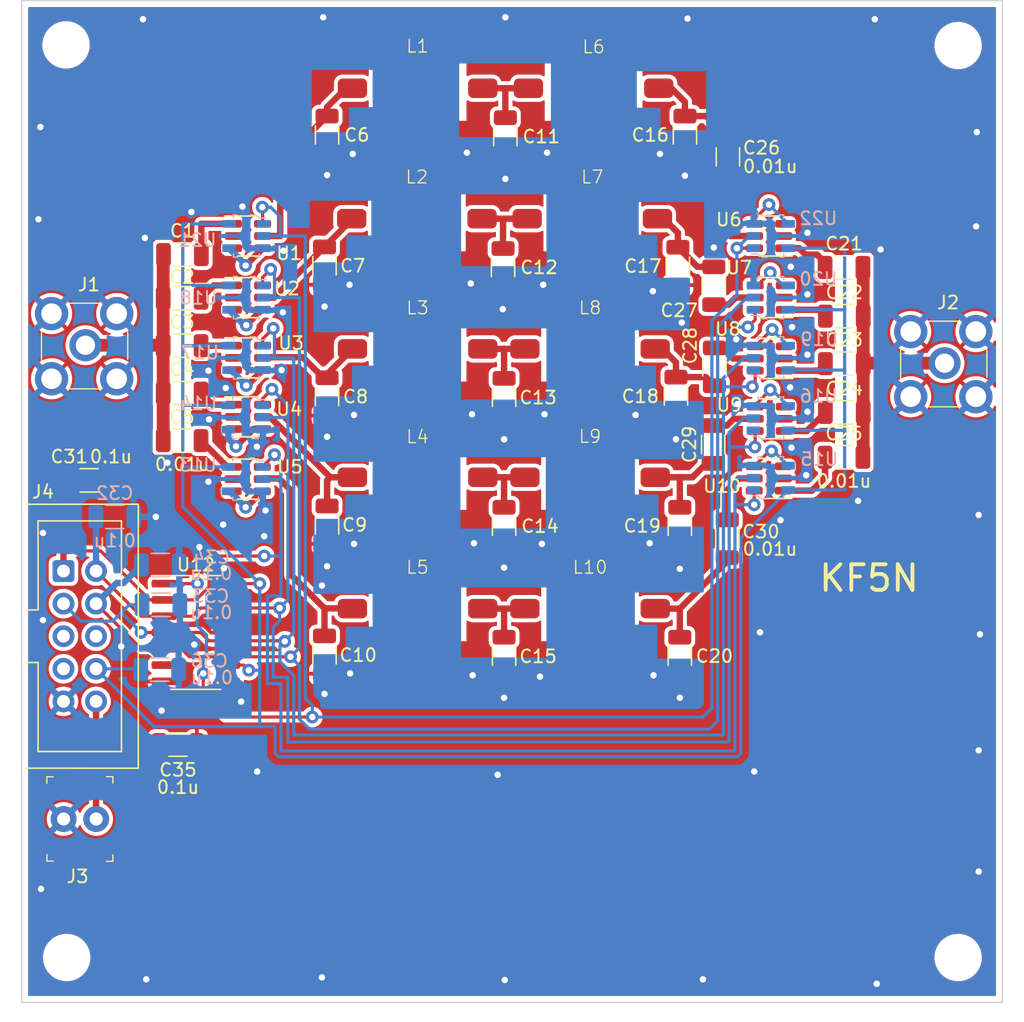
<source format=kicad_pcb>
(kicad_pcb (version 20221018) (generator pcbnew)
  (layers (0 "F.Cu" signal) (31 "B.Cu" signal) (34 "B.Paste" user) (35 "F.Paste" user) (36 "B.SilkS" user "B.Silkscreen") (37 "F.SilkS" user "F.Silkscreen") (38 "B.Mask" user) (39 "F.Mask" user) (44 "Edge.Cuts" user))
  (net 0 "")
  (net 1 "Net-(C1-Pad1)")
  (net 2 "Net-(U1-RF1)")
  (net 3 "Net-(U2-RF1)")
  (net 4 "Net-(U3-RF1)")
  (net 5 "Net-(U4-RF1)")
  (net 6 "Net-(U5-RF1)")
  (net 7 "Net-(U1-RFC)")
  (net 8 "GND")
  (net 9 "Net-(U2-RFC)")
  (net 10 "Net-(U3-RFC)")
  (net 11 "Net-(U4-RFC)")
  (net 12 "Net-(U5-RFC)")
  (net 13 "Net-(C11-Pad1)")
  (net 14 "Net-(C12-Pad1)")
  (net 15 "Net-(C13-Pad1)")
  (net 16 "Net-(C14-Pad1)")
  (net 17 "Net-(C15-Pad1)")
  (net 18 "Net-(U6-RFC)")
  (net 19 "Net-(U7-RFC)")
  (net 20 "Net-(U8-RFC)")
  (net 21 "Net-(U9-RFC)")
  (net 22 "Net-(U10-RFC)")
  (net 23 "Net-(U6-RF1)")
  (net 24 "Net-(C21-Pad2)")
  (net 25 "Net-(U7-RF1)")
  (net 26 "Net-(U8-RF1)")
  (net 27 "Net-(U9-RF1)")
  (net 28 "Net-(U10-RF1)")
  (net 29 "/10M_INV_IN")
  (net 30 "/80M_ON")
  (net 31 "/40M_ON")
  (net 32 "/20M_ON")
  (net 33 "/10M_ON")
  (net 34 "/RXTX")
  (net 37 "/15M_INV_IN")
  (net 38 "/15M_ON")
  (net 40 "/20M_INV_IN")
  (net 42 "/10M_INV_OUT")
  (net 49 "/15M_INV_OUT")
  (net 50 "/3_3V")
  (net 54 "/80M_INV_IN")
  (net 55 "/40M_INV_IN")
  (net 56 "/80M_INV_OUT")
  (net 57 "/20M_INV_OUT")
  (net 58 "/40M_INV_OUT")
  (net 59 "Net-(C16-Pad1)")
  (net 60 "Net-(C17-Pad1)")
  (net 61 "Net-(C18-Pad1)")
  (net 62 "Net-(C19-Pad1)")
  (net 63 "Net-(C20-Pad1)")
  (footprint "Package_TO_SOT_SMD:SOT-23-6" (layer "F.Cu") (at 158.4325 89.46 180)
    (fp_text reference "U6")
    (fp_text value "MASWSS0179" hide)
  )
  (footprint "Capacitor_SMD:C_1206_3216Metric" (layer "F.Cu") (at 137.69 91.91 -90)
    (fp_text reference "C12")
    (fp_text value "C")
  )
  (footprint "Package_TO_SOT_SMD:SOT-23-6" (layer "F.Cu") (at 158.4825 94.26 180)
    (fp_text reference "U7")
    (fp_text value "MASWSS0179")
  )
  (footprint "Package_TO_SOT_SMD:SOT-23-6" (layer "F.Cu") (at 117.8075 103.56)
    (fp_text reference "U4")
    (fp_text value "MASWSS0179")
  )
  (footprint "Capacitor_SMD:C_1206_3216Metric" (layer "F.Cu") (at 137.87 81.71 -90)
    (fp_text reference "C11")
    (fp_text value "C")
  )
  (footprint "Toroid_SMD:Toroid_SMD" (layer "F.Cu") (at 131.028 118.51)
    (fp_text reference "L5")
    (fp_text value "L")
  )
  (footprint "Toroid_SMD:Toroid_SMD" (layer "F.Cu") (at 144.65 88.11)
    (fp_text reference "L7")
    (fp_text value "L")
  )
  (footprint "Capacitor_SMD:C_1206_3216Metric" (layer "F.Cu") (at 137.77 112.085 -90)
    (fp_text reference "C14")
    (fp_text value "C")
  )
  (footprint "digikey-footprints:PinHeader_1x2_P2.54mm_Drill1.02mm" (layer "F.Cu") (at 105.97 134.91 180)
    (fp_text reference "J3")
    (fp_text value "22-23-2021" hide)
  )
  (footprint "Capacitor_SMD:C_1206_3216Metric" (layer "F.Cu") (at 151.47 122.215 -90)
    (fp_text reference "C20")
    (fp_text value "C")
  )
  (footprint "Capacitor_SMD:C_1206_3216Metric" (layer "F.Cu") (at 105.42 108.51 180)
    (fp_text reference "C31")
    (fp_text value "0.1u")
  )
  (footprint "Capacitor_SMD:C_1206_3216Metric" (layer "F.Cu") (at 164.295 103.21)
    (fp_text reference "C24")
    (fp_text value "0.01u")
  )
  (footprint "MountingHole:MountingHole_3.2mm_M3" (layer "F.Cu") (at 103.62 74.56)
    (fp_text reference "H1" hide)
    (fp_text value "MountingHole")
  )
  (footprint "Package_TO_SOT_SMD:SOT-23-6" (layer "F.Cu") (at 158.4825 99.01 180)
    (fp_text reference "U8")
    (fp_text value "MASWSS0179")
  )
  (footprint "Package_TO_SOT_SMD:SOT-23-6" (layer "F.Cu") (at 117.8075 98.96)
    (fp_text reference "U3")
    (fp_text value "MASWSS0179")
  )
  (footprint "Toroid_SMD:Toroid_SMD" (layer "F.Cu") (at 144.474 118.51)
    (fp_text reference "L10")
    (fp_text value "L")
  )
  (footprint "Capacitor_SMD:C_1206_3216Metric" (layer "F.Cu") (at 164.295 95.71)
    (fp_text reference "C22")
    (fp_text value "0.01u")
  )
  (footprint "Toroid_SMD:Toroid_SMD" (layer "F.Cu") (at 130.97 88.11)
    (fp_text reference "L2")
    (fp_text value "L")
  )
  (footprint "Capacitor_SMD:C_1206_3216Metric" (layer "F.Cu") (at 154.12 93.335 -90)
    (fp_text reference "C27")
    (fp_text value "0.01u")
  )
  (footprint "Capacitor_SMD:C_1206_3216Metric" (layer "F.Cu") (at 151.87 81.585 -90)
    (fp_text reference "C16")
    (fp_text value "C")
  )
  (footprint "Toroid_SMD:Toroid_SMD" (layer "F.Cu") (at 131.028 108.27)
    (fp_text reference "L4")
    (fp_text value "L")
  )
  (footprint "MountingHole:MountingHole_3.2mm_M3" (layer "F.Cu") (at 173.17 74.61)
    (fp_text reference "H2" hide)
    (fp_text value "MountingHole")
  )
  (footprint "Capacitor_SMD:C_1206_3216Metric" (layer "F.Cu") (at 123.77 122.11 -90)
    (fp_text reference "C10")
    (fp_text value "C")
  )
  (footprint "Capacitor_SMD:C_1206_3216Metric" (layer "F.Cu") (at 137.77 122.215 -90)
    (fp_text reference "C15")
    (fp_text value "C")
  )
  (footprint "Capacitor_SMD:C_1206_3216Metric" (layer "F.Cu") (at 112.695 90.91)
    (fp_text reference "C1")
    (fp_text value "0.01u")
  )
  (footprint "Capacitor_SMD:C_1206_3216Metric" (layer "F.Cu") (at 112.67 105.41)
    (fp_text reference "C5")
    (fp_text value "0.01u")
  )
  (footprint "digikey-footprints:RF_SMA_Vertical_5-1814832-1" (layer "F.Cu") (at 105.03 98.05)
    (fp_text reference "J1")
    (fp_text value "5-1814832-1" hide)
  )
  (footprint "Capacitor_SMD:C_1206_3216Metric" (layer "F.Cu") (at 123.97 111.985 -90)
    (fp_text reference "C9")
    (fp_text value "C")
  )
  (footprint "Capacitor_SMD:C_1206_3216Metric" (layer "F.Cu") (at 164.27 91.91)
    (fp_text reference "C21")
    (fp_text value "0.01u")
  )
  (footprint "Capacitor_SMD:C_1206_3216Metric" (layer "F.Cu") (at 112.67 101.71)
    (fp_text reference "C4")
    (fp_text value "0.01u")
  )
  (footprint "Capacitor_SMD:C_1206_3216Metric" (layer "F.Cu") (at 123.97 81.585 -90)
    (fp_text reference "C6")
    (fp_text value "C")
  )
  (footprint "Capacitor_SMD:C_1206_3216Metric" (layer "F.Cu") (at 137.77 102.035 -90)
    (fp_text reference "C13")
    (fp_text value "C")
  )
  (footprint "Capacitor_SMD:C_1206_3216Metric" (layer "F.Cu") (at 151.32 91.81 -90)
    (fp_text reference "C17")
    (fp_text value "C")
  )
  (footprint "Toroid_SMD:Toroid_SMD" (layer "F.Cu") (at 144.474 108.27)
    (fp_text reference "L9")
    (fp_text value "L")
  )
  (footprint "Connector_IDC:IDC-Header_2x05_P2.54mm_Vertical" (layer "F.Cu") (at 103.42 115.58)
    (fp_text reference "J4")
    (fp_text value "Conn_02x05_Odd_Even" hide)
  )
  (footprint "digikey-footprints:RF_SMA_Vertical_5-1814832-1" (layer "F.Cu") (at 172.01 99.45)
    (fp_text reference "J2")
    (fp_text value "5-1814832-1" hide)
  )
  (footprint "Capacitor_SMD:C_1206_3216Metric" (layer "F.Cu") (at 112.345 129.11 180)
    (fp_text reference "C35")
    (fp_text value "0.1u")
  )
  (footprint "Package_TO_SOT_SMD:SOT-23-6" (layer "F.Cu") (at 158.4825 103.71 180)
    (fp_text reference "U9")
    (fp_text value "MASWSS0179")
  )
  (footprint "Package_SO:SOIC-14_3.9x8.7mm_P1.27mm" (layer "F.Cu") (at 113.7338 120.37)
    (fp_text reference "U12")
    (fp_text value "4002")
  )
  (footprint "Package_TO_SOT_SMD:SOT-23-6" (layer "F.Cu") (at 117.8075 94.26)
    (fp_text reference "U2")
    (fp_text value "MASWSS0179")
  )
  (footprint "Capacitor_SMD:C_1206_3216Metric" (layer "F.Cu") (at 155.22 83.285 -90)
    (fp_text reference "C26")
    (fp_text value "0.01u")
  )
  (footprint "Toroid_SMD:Toroid_SMD" (layer "F.Cu") (at 131.028 98.26)
    (fp_text reference "L3")
    (fp_text value "L")
  )
  (footprint "MountingHole:MountingHole_3.2mm_M3" (layer "F.Cu") (at 173.17 145.71)
    (fp_text reference "H3" hide)
    (fp_text value "MountingHole")
  )
  (footprint "Toroid_SMD:Toroid_SMD" (layer "F.Cu") (at 144.474 98.26)
    (fp_text reference "L8")
    (fp_text value "L")
  )
  (footprint "Capacitor_SMD:C_1206_3216Metric" (layer "F.Cu") (at 155.17 113.06 90)
    (fp_text reference "C30")
    (fp_text value "0.01u")
  )
  (footprint "Capacitor_SMD:C_1206_3216Metric" (layer "F.Cu") (at 151.17 101.935 -90)
    (fp_text reference "C18")
    (fp_text value "C")
  )
  (footprint "Capacitor_SMD:C_1206_3216Metric" (layer "F.Cu") (at 123.97 101.985 -90)
    (fp_text reference "C8")
    (fp_text value "C")
  )
  (footprint "Toroid_SMD:Toroid_SMD" (layer "F.Cu") (at 144.75 77.94)
    (fp_text reference "L6")
    (fp_text value "L")
  )
  (footprint "Toroid_SMD:Toroid_SMD" (layer "F.Cu") (at 131.028 77.94)
    (fp_text reference "L1")
    (fp_text value "L")
  )
  (footprint "Capacitor_SMD:C_1206_3216Metric" (layer "F.Cu") (at 123.77 91.785 -90)
    (fp_text reference "C7")
    (fp_text value "C")
  )
  (footprint "MountingHole:MountingHole_3.2mm_M3" (layer "F.Cu") (at 103.67 145.71)
    (fp_text reference "H4" hide)
    (fp_text value "MountingHole")
  )
  (footprint "Capacitor_SMD:C_1206_3216Metric" (layer "F.Cu") (at 151.47 112.085 -90)
    (fp_text reference "C19")
    (fp_text value "C")
  )
  (footprint "Package_TO_SOT_SMD:SOT-23-6" (layer "F.Cu") (at 117.7825 108.41)
    (fp_text reference "U5")
    (fp_text value "MASWSS0179")
  )
  (footprint "Capacitor_SMD:C_1206_3216Metric" (layer "F.Cu") (at 112.67 94.31)
    (fp_text reference "C2")
    (fp_text value "0.01u")
  )
  (footprint "Capacitor_SMD:C_1206_3216Metric" (layer "F.Cu") (at 164.27 106.71)
    (fp_text reference "C25")
    (fp_text value "0.01u")
  )
  (footprint "Capacitor_SMD:C_1206_3216Metric" (layer "F.Cu") (at 154.17 99.66 90)
    (fp_text reference "C28")
    (fp_text value "0.01u")
  )
  (footprint "Capacitor_SMD:C_1206_3216Metric" (layer "F.Cu") (at 164.295 99.41)
    (fp_text reference "C23")
    (fp_text value "0.01u")
  )
  (footprint "Package_TO_SOT_SMD:SOT-23-6" (layer "F.Cu") (at 158.4075 108.36 180)
    (fp_text reference "U10")
    (fp_text value "MASWSS0179")
  )
  (footprint "Capacitor_SMD:C_1206_3216Metric" (layer "F.Cu") (at 154.07 105.71 90)
    (fp_text reference "C29")
    (fp_text value "0.01u")
  )
  (footprint "Package_TO_SOT_SMD:SOT-23-6" (layer "F.Cu") (at 117.8075 89.46)
    (fp_text reference "U1")
    (fp_text value "MASWSS0179")
  )
  (footprint "Capacitor_SMD:C_1206_3216Metric" (layer "F.Cu") (at 112.67 98.01)
    (fp_text reference "C3")
    (fp_text value "0.01u")
  )
  (footprint "digikey-footprints:SOT-353" (layer "B.Cu") (at 117.67 98.96 -90)
    (fp_text reference "U17")
    (fp_text value "74LVC1G04")
  )
  (footprint "digikey-footprints:SOT-353" (layer "B.Cu") (at 117.67 89.46 -90)
    (fp_text reference "U21")
    (fp_text value "74LVC1G04")
  )
  (footprint "Capacitor_SMD:C_1206_3216Metric" (layer "B.Cu") (at 110.92 123.26 180)
    (fp_text reference "C36")
    (fp_text value "0.1u")
  )
  (footprint "digikey-footprints:SOT-353" (layer "B.Cu") (at 117.62 103.61 -90)
    (fp_text reference "U14")
    (fp_text value "74LVC1G04")
  )
  (footprint "digikey-footprints:SOT-353" (layer "B.Cu") (at 158.57 89.46 90)
    (fp_text reference "U22")
    (fp_text value "74LVC1G04" hide)
  )
  (footprint "digikey-footprints:SOT-353" (layer "B.Cu") (at 158.57 103.66 90)
    (fp_text reference "U16")
    (fp_text value "74LVC1G04")
  )
  (footprint "digikey-footprints:SOT-353" (layer "B.Cu") (at 117.62 108.41 -90)
    (fp_text reference "U13")
    (fp_text value "74LVC1G04")
  )
  (footprint "digikey-footprints:SOT-353" (layer "B.Cu") (at 117.67 94.26 -90)
    (fp_text reference "U18")
    (fp_text value "74LVC1G04")
  )
  (footprint "Capacitor_SMD:C_1206_3216Metric" (layer "B.Cu") (at 111.02 118.21 180)
    (fp_text reference "C33")
    (fp_text value "0.1u")
  )
  (footprint "digikey-footprints:SOT-353" (layer "B.Cu") (at 158.57 98.96 90)
    (fp_text reference "U19")
    (fp_text value "74LVC1G04" hide)
  )
  (footprint "digikey-footprints:SOT-353" (layer "B.Cu") (at 158.57 108.31 90)
    (fp_text reference "U15")
    (fp_text value "74LVC1G04")
  )
  (footprint "Capacitor_SMD:C_1206_3216Metric" (layer "B.Cu") (at 110.97 115.11 180)
    (fp_text reference "C34")
    (fp_text value "0.1u")
  )
  (footprint "digikey-footprints:SOT-353" (layer "B.Cu") (at 158.57 94.26 90)
    (fp_text reference "U20")
    (fp_text value "74LVC1G04")
  )
  (footprint "Capacitor_SMD:C_1206_3216Metric" (layer "B.Cu") (at 107.42 111.36 180)
    (fp_text reference "C32")
    (fp_text value "0.1u")
  )
  (gr_rect (start 100.17 71.11) (end 176.62 149.21) (stroke (width 0.1)) (fill none) (layer "Edge.Cuts"))
  (gr_text "T41 EXPERIMENTAL PLATFORM" (at 121.62 136.06) (layer "F.Cu") (effects (font (size 1.5 1.5) (thickness 0.3) bold) (justify left bottom)))
  (gr_text "KF5N" (at 162.17 117.31) (layer "F.SilkS") (effects (font (size 2 2) (thickness 0.3) bold) (justify left bottom)))
  (segment (start 105.13 97.975) (end 111.16 97.975) (width 1) (layer "F.Cu") (net 1))
  (segment (start 111.16 97.975) (end 111.195 98.01) (width 1) (layer "F.Cu") (net 1))
  (segment (start 111.195 94.31) (end 111.195 90.935) (width 1) (layer "F.Cu") (net 1))
  (segment (start 111.195 101.71) (end 111.195 105.41) (width 1) (layer "F.Cu") (net 1))
  (segment (start 111.195 98.01) (end 111.195 94.31) (width 1) (layer "F.Cu") (net 1))
  (segment (start 111.195 90.935) (end 111.22 90.91) (width 1) (layer "F.Cu") (net 1))
  (segment (start 111.195 98.01) (end 111.195 101.71) (width 1) (layer "F.Cu") (net 1))
  (segment (start 114.17 88.51) (end 116.67 88.51) (width 0.5) (layer "F.Cu") (net 2))
  (segment (start 114.17 90.91) (end 114.17 88.51) (width 0.5) (layer "F.Cu") (net 2))
  (segment (start 115.145 93.31) (end 114.145 94.31) (width 0.5) (layer "F.Cu") (net 3))
  (segment (start 116.67 93.31) (end 115.145 93.31) (width 0.5) (layer "F.Cu") (net 3))
  (segment (start 116.67 98.01) (end 114.145 98.01) (width 0.5) (layer "F.Cu") (net 4))
  (segment (start 116.67 102.61) (end 115.045 102.61) (width 0.5) (layer "F.Cu") (net 5))
  (segment (start 115.045 102.61) (end 114.145 101.71) (width 0.5) (layer "F.Cu") (net 5))
  (segment (start 116.145 107.41) (end 114.145 105.41) (width 0.5) (layer "F.Cu") (net 6))
  (segment (start 116.67 107.41) (end 116.145 107.41) (width 0.5) (layer "F.Cu") (net 6))
  (segment (start 125.948 77.94) (end 125.44 77.94) (width 0.5) (layer "F.Cu") (net 7))
  (segment (start 118.945 89.46) (end 120.32 89.46) (width 0.5) (layer "F.Cu") (net 7))
  (segment (start 120.32 83.76) (end 123.97 80.11) (width 0.5) (layer "F.Cu") (net 7))
  (segment (start 120.32 89.46) (end 120.32 83.76) (width 0.5) (layer "F.Cu") (net 7))
  (segment (start 125.44 77.94) (end 123.97 79.41) (width 0.5) (layer "F.Cu") (net 7))
  (segment (start 123.97 79.41) (end 123.97 80.11) (width 0.5) (layer "F.Cu") (net 7))
  (via (at 151.17 105.31) (size 1) (drill 0.5) (layers "F.Cu" "B.Cu") (net 8))
  (via (at 123.97 105.11) (size 1) (drill 0.5) (layers "F.Cu" "B.Cu") (net 8))
  (via (at 101.47 88.16) (size 1) (drill 0.5) (layers "F.Cu" "B.Cu") (net 8))
  (via (at 101.82 119.41) (size 1) (drill 0.5) (layers "F.Cu" "B.Cu") (net 8))
  (via (at 123.57 147.26) (size 1) (drill 0.5) (layers "F.Cu" "B.Cu") (net 8))
  (via (at 155.97 102.56) (size 1) (drill 0.5) (layers "F.Cu" "B.Cu") (net 8))
  (via (at 107.92 121.46) (size 1) (drill 0.5) (layers "F.Cu" "B.Cu") (net 8))
  (via (at 167.12 90.51) (size 1) (drill 0.5) (layers "F.Cu" "B.Cu") (net 8))
  (via (at 140.57 123.81) (size 1) (drill 0.5) (layers "F.Cu" "B.Cu") (net 8))
  (via (at 149.42 123.71) (size 1) (drill 0.5) (layers "F.Cu" "B.Cu") (net 8))
  (via (at 114.72 108.61) (size 1) (drill 0.5) (layers "F.Cu" "B.Cu") (net 8))
  (via (at 137.87 72.41) (size 1) (drill 0.5) (layers "F.Cu" "B.Cu") (net 8))
  (via (at 161.42 103.16) (size 1) (drill 0.5) (layers "F.Cu" "B.Cu") (net 8))
  (via (at 137.77 115.31) (size 1) (drill 0.5) (layers "F.Cu" "B.Cu") (net 8))
  (via (at 117.37 87.16) (size 1) (drill 0.5) (layers "F.Cu" "B.Cu") (net 8))
  (via (at 137.82 147.46) (size 1) (drill 0.5) (layers "F.Cu" "B.Cu") (net 8))
  (via (at 140.92 103.36) (size 1) (drill 0.5) (layers "F.Cu" "B.Cu") (net 8))
  (via (at 110.62 111.36) (size 1) (drill 0.5) (layers "F.Cu" "B.Cu") (net 8))
  (via (at 166.82 147.76) (size 1) (drill 0.5) (layers "F.Cu" "B.Cu") (net 8))
  (via (at 165.37 110.11) (size 1) (drill 0.5) (layers "F.Cu" "B.Cu") (net 8))
  (via (at 140.72 113.46) (size 1) (drill 0.5) (layers "F.Cu" "B.Cu") (net 8))
  (via (at 109.62 72.56) (size 1) (drill 0.5) (layers "F.Cu" "B.Cu") (net 8))
  (via (at 120.52 95.41) (size 1) (drill 0.5) (layers "F.Cu" "B.Cu") (net 8))
  (via (at 151.47 115.41) (size 1) (drill 0.5) (layers "F.Cu" "B.Cu") (net 8))
  (via (at 151.87 84.76) (size 1) (drill 0.5) (layers "F.Cu" "B.Cu") (net 8))
  (via (at 111.52 107.135) (size 1) (drill 0.5) (layers "F.Cu" "B.Cu") (net 8))
  (via (at 123.97 84.71) (size 1) (drill 0.5) (layers "F.Cu" "B.Cu") (net 8))
  (via (at 174.87 120.51) (size 1) (drill 0.5) (layers "F.Cu" "B.Cu") (net 8))
  (via (at 111.07 126.46) (size 1) (drill 0.5) (layers "F.Cu" "B.Cu") (net 8))
  (via (at 161.42 98.71) (size 1) (drill 0.5) (layers "F.Cu" "B.Cu") (net 8))
  (via (at 140.82 93.26) (size 1) (drill 0.5) (layers "F.Cu" "B.Cu") (net 8))
  (via (at 160.17 105.96) (size 1) (drill 0.5) (layers "F.Cu" "B.Cu") (net 8))
  (via (at 118.52 131.21) (size 1) (drill 0.5) (layers "F.Cu" "B.Cu") (net 8))
  (via (at 116.07 101.31) (size 1) (drill 0.5) (layers "F.Cu" "B.Cu") (net 8))
  (via (at 135.32 123.71) (size 1) (drill 0.5) (layers "F.Cu" "B.Cu") (net 8))
  (via (at 119.07 112.86) (size 1) (drill 0.5) (layers "F.Cu" "B.Cu") (net 8))
  (via (at 135.42 113.41) (size 1) (drill 0.5) (layers "F.Cu" "B.Cu") (net 8))
  (via (at 159.32 111.61) (size 1) (drill 0.5) (layers "F.Cu" "B.Cu") (net 8))
  (via (at 160.22 96.56) (size 1) (drill 0.5) (layers "F.Cu" "B.Cu") (net 8))
  (via (at 123.67 72.41) (size 1) (drill 0.5) (layers "F.Cu" "B.Cu") (net 8))
  (via (at 161.42 94.01) (size 1) (drill 0.5) (layers "F.Cu" "B.Cu") (net 8))
  (via (at 123.97 115.21) (size 1) (drill 0.5) (layers "F.Cu" "B.Cu") (net 8))
  (via (at 160.12 91.86) (size 1) (drill 0.5) (layers "F.Cu" "B.Cu") (net 8))
  (via (at 123.57 116.71) (size 1) (drill 0.5) (layers "F.Cu" "B.Cu") (net 8))
  (via (at 157.27 131.21) (size 1) (drill 0.5) (layers "F.Cu" "B.Cu") (net 8))
  (via (at 109.87 147.41) (size 1) (drill 0.5) (layers "F.Cu" "B.Cu") (net 8))
  (via (at 149.12 113.41) (size 1) (drill 0.5) (layers "F.Cu" "B.Cu") (net 8))
  (via (at 126.07 113.46) (size 1) (drill 0.5) (layers "F.Cu" "B.Cu") (net 8))
  (via (at 137.67 95.16) (size 1) (drill 0.5) (layers "F.Cu" "B.Cu") (net 8))
  (via (at 118.495 105.885) (size 1) (drill 0.5) (layers "F.Cu" "B.Cu") (net 8))
  (via (at 137.27 131.46) (size 1) (drill 0.5) (layers "F.Cu" "B.Cu") (net 8))
  (via (at 137.87 85.01) (size 1) (drill 0.5) (layers "F.Cu" "B.Cu") (net 8))
  (via (at 114.02 113.71) (size 1) (drill 0.5) (layers "F.Cu" "B.Cu") (net 8))
  (via (at 120.57 90.61) (size 1) (drill 0.5) (layers "F.Cu" "B.Cu") (net 8))
  (via (at 151.62 96.21) (size 1) (drill 0.5) (layers "F.Cu" "B.Cu") (net 8))
  (via (at 149.37 93.76) (size 1) (drill 0.5) (layers "F.Cu" "B.Cu") (net 8))
  (via (at 113.62 121.31) (size 1) (drill 0.5) (layers "F.Cu" "B.Cu") (net 8))
  (via (at 113.395 87.585) (size 1) (drill 0.5) (layers "F.Cu" "B.Cu") (net 8))
  (via (at 115.92 115.36) (size 1) (drill 0.5) (layers "F.Cu" "B.Cu") (net 8))
  (via (at 141.12 82.96) (size 1) (drill 0.5) (layers "F.Cu" "B.Cu") (net 8))
  (via (at 119.17 110.86) (size 1) (drill 0.5) (layers "F.Cu" "B.Cu") (net 8))
  (via (at 125.97 83.06) (size 1) (drill 0.5) (layers "F.Cu" "B.Cu") (net 8))
  (via (at 153.27 147.41) (size 1) (drill 0.5) (layers "F.Cu" "B.Cu") (net 8))
  (via (at 174.62 81.36) (size 1) (drill 0.5) (layers "F.Cu" "B.Cu") (net 8))
  (via (at 120.42 99.91) (size 1) (drill 0.5) (layers "F.Cu" "B.Cu") (net 8))
  (via (at 174.77 111.21) (size 1) (drill 0.5) (layers "F.Cu" "B.Cu") (net 8))
  (via (at 157.72 120.36) (size 1) (drill 0.5) (layers "F.Cu" "B.Cu") (net 8))
  (via (at 166.67 72.56) (size 1) (drill 0.5) (layers "F.Cu" "B.Cu") (net 8))
  (via (at 161.42 89.21) (size 1) (drill 0.5) (layers "F.Cu" "B.Cu") (net 8))
  (via (at 154.12 90.36) (size 1) (drill 0.5) (layers "F.Cu" "B.Cu") (net 8))
  (via (at 174.77 139.01) (size 1) (drill 0.5) (layers "F.Cu" "B.Cu") (net 8))
  (via (at 148.02 103.41) (size 1) (drill 0.5) (layers "F.Cu" "B.Cu") (net 8))
  (via (at 134.87 82.96) (size 1) (drill 0.5) (layers "F.Cu" "B.Cu") (net 8))
  (via (at 135.27 103.36) (size 1) (drill 0.5) (layers "F.Cu" "B.Cu") (net 8))
  (via (at 101.82 112.61) (size 1) (drill 0.5) (layers "F.Cu" "B.Cu") (net 8))
  (via (at 114.72 99.96) (size 1) (drill 0.5) (layers "F.Cu" "B.Cu") (net 8))
  (via (at 114.77 103.76) (size 1) (drill 0.5) (layers "F.Cu" "B.Cu") (net 8))
  (via (at 123.77 94.96) (size 1) (drill 0.5) (layers "F.Cu" "B.Cu") (net 8))
  (via (at 126.07 103.41) (size 1) (drill 0.5) (layers "F.Cu" "B.Cu") (net 8))
  (via (at 174.57 88.71) (size 1) (drill 0.5) (layers "F.Cu" "B.Cu") (net 8))
  (via (at 155.87 97.51) (size 1) (drill 0.5) (layers "F.Cu" "B.Cu") (net 8))
  (via (at 160.07 101.26) (size 1) (drill 0.5) (layers "F.Cu" "B.Cu") (net 8))
  (via (at 109.77 89.61) (size 1) (drill 0.5) (layers "F.Cu" "B.Cu") (net 8))
  (via (at 115.87 111.96) (size 1) (drill 0.5) (layers "F.Cu" "B.Cu") (net 8))
  (via (at 174.77 129.56) (size 1) (drill 0.5) (layers "F.Cu" "B.Cu") (net 8))
  (via (at 151.47 125.46) (size 1) (drill 0.5) (layers "F.Cu" "B.Cu") (net 8))
  (via (at 125.77 123.56) (size 1) (drill 0.5) (layers "F.Cu" "B.Cu") (net 8))
  (via (at 152.07 72.51) (size 1) (drill 0.5) (layers "F.Cu" "B.Cu") (net 8))
  (via (at 135.17 93.16) (size 1) (drill 0.5) (layers "F.Cu" "B.Cu") (net 8))
  (via (at 123.77 125.16) (size 1) (drill 0.5) (layers "F.Cu" "B.Cu") (net 8))
  (via (at 161.32 108.11) (size 1) (drill 0.5) (layers "F.Cu" "B.Cu") (net 8))
  (via (at 117.27 125.76) (size 1) (drill 0.5) (layers "F.Cu" "B.Cu") (net 8))
  (via (at 149.92 83.06) (size 1) (drill 0.5) (layers "F.Cu" "B.Cu") (net 8))
  (via (at 101.67 140.36) (size 1) (drill 0.5) (layers "F.Cu" "B.Cu") (net 8))
  (via (at 137.77 125.46) (size 1) (drill 0.5) (layers "F.Cu" "B.Cu") (net 8))
  (via (at 125.72 93.26) (size 1) (drill 0.5) (layers "F.Cu" "B.Cu") (net 8))
  (via (at 101.62 80.96) (size 1) (drill 0.5) (layers "F.Cu" "B.Cu") (net 8))
  (via (at 137.77 105.31) (size 1) (drill 0.5) (layers "F.Cu" "B.Cu") (net 8))
  (segment (start 119.84 94.26) (end 119.84 94.24) (width 0.5) (layer "F.Cu") (net 9))
  (segment (start 125.89 88.11) (end 125.89 88.19) (width 0.5) (layer "F.Cu") (net 9))
  (segment (start 118.945 94.26) (end 119.84 94.26) (width 0.5) (layer "F.Cu") (net 9))
  (segment (start 119.84 94.24) (end 123.77 90.31) (width 0.5) (layer "F.Cu") (net 9))
  (segment (start 125.89 88.19) (end 123.77 90.31) (width 0.5) (layer "F.Cu") (net 9))
  (segment (start 122.07 98.91) (end 118.995 98.91) (width 0.5) (layer "F.Cu") (net 10))
  (segment (start 123.97 100.51) (end 123.97 100.238) (width 0.5) (layer "F.Cu") (net 10))
  (segment (start 123.97 100.51) (end 123.67 100.51) (width 0.5) (layer "F.Cu") (net 10))
  (segment (start 123.67 100.51) (end 122.07 98.91) (width 0.5) (layer "F.Cu") (net 10))
  (segment (start 118.995 98.91) (end 118.945 98.96) (width 0.5) (layer "F.Cu") (net 10))
  (segment (start 123.97 100.238) (end 125.948 98.26) (width 0.5) (layer "F.Cu") (net 10))
  (segment (start 118.945 103.56) (end 119.506028 103.56) (width 0.5) (layer "F.Cu") (net 11))
  (segment (start 123.97 108.516028) (end 124.216028 108.27) (width 0.5) (layer "F.Cu") (net 11))
  (segment (start 124.216028 108.27) (end 125.948 108.27) (width 0.5) (layer "F.Cu") (net 11))
  (segment (start 119.506028 103.56) (end 124.216028 108.27) (width 0.5) (layer "F.Cu") (net 11))
  (segment (start 123.97 110.51) (end 123.97 108.516028) (width 0.5) (layer "F.Cu") (net 11))
  (segment (start 118.945 108.36) (end 120.22 108.36) (width 0.5) (layer "F.Cu") (net 12))
  (segment (start 125.928 118.49) (end 125.948 118.51) (width 0.5) (layer "F.Cu") (net 12))
  (segment (start 121.17 109.31) (end 121.17 115.89) (width 0.5) (layer "F.Cu") (net 12))
  (segment (start 121.17 115.89) (end 123.77 118.49) (width 0.5) (layer "F.Cu") (net 12))
  (segment (start 123.77 120.635) (end 123.77 118.49) (width 0.5) (layer "F.Cu") (net 12))
  (segment (start 120.22 108.36) (end 121.17 109.31) (width 0.5) (layer "F.Cu") (net 12))
  (segment (start 123.77 118.49) (end 125.928 118.49) (width 0.5) (layer "F.Cu") (net 12))
  (segment (start 137.87 80.235) (end 137.87 78.09) (width 0.5) (layer "F.Cu") (net 13))
  (segment (start 136.108 77.94) (end 138.02 77.94) (width 0.5) (layer "F.Cu") (net 13))
  (segment (start 137.87 78.09) (end 138.02 77.94) (width 0.5) (layer "F.Cu") (net 13))
  (segment (start 138.02 77.94) (end 139.67 77.94) (width 0.5) (layer "F.Cu") (net 13))
  (segment (start 137.69 88.13) (end 137.67 88.11) (width 0.5) (layer "F.Cu") (net 14))
  (segment (start 137.67 88.11) (end 139.57 88.11) (width 0.5) (layer "F.Cu") (net 14))
  (segment (start 136.05 88.11) (end 137.67 88.11) (width 0.5) (layer "F.Cu") (net 14))
  (segment (start 137.69 90.435) (end 137.69 88.13) (width 0.5) (layer "F.Cu") (net 14))
  (segment (start 137.77 100.56) (end 137.77 98.26) (width 0.5) (layer "F.Cu") (net 15))
  (segment (start 136.108 98.26) (end 137.77 98.26) (width 0.5) (layer "F.Cu") (net 15))
  (segment (start 137.77 98.26) (end 139.394 98.26) (width 0.5) (layer "F.Cu") (net 15))
  (segment (start 137.87 108.27) (end 139.394 108.27) (width 0.5) (layer "F.Cu") (net 16))
  (segment (start 137.77 110.61) (end 137.77 108.37) (width 0.5) (layer "F.Cu") (net 16))
  (segment (start 136.108 108.27) (end 137.87 108.27) (width 0.5) (layer "F.Cu") (net 16))
  (segment (start 137.77 108.37) (end 137.87 108.27) (width 0.5) (layer "F.Cu") (net 16))
  (segment (start 137.77 120.74) (end 137.77 118.51) (width 0.5) (layer "F.Cu") (net 17))
  (segment (start 136.108 118.51) (end 137.77 118.51) (width 0.5) (layer "F.Cu") (net 17))
  (segment (start 137.77 118.51) (end 139.394 118.51) (width 0.5) (layer "F.Cu") (net 17))
  (segment (start 155.42 89.46) (end 155.22 89.26) (width 0.5) (layer "F.Cu") (net 18))
  (segment (start 157.295 89.46) (end 155.42 89.46) (width 0.5) (layer "F.Cu") (net 18))
  (segment (start 155.22 89.26) (end 155.22 84.76) (width 0.5) (layer "F.Cu") (net 18))
  (segment (start 154.12 94.81) (end 155.27 94.81) (width 0.5) (layer "F.Cu") (net 19))
  (segment (start 155.82 94.26) (end 157.345 94.26) (width 0.5) (layer "F.Cu") (net 19))
  (segment (start 155.27 94.81) (end 155.82 94.26) (width 0.5) (layer "F.Cu") (net 19))
  (segment (start 157.345 99.01) (end 155.62 99.01) (width 0.5) (layer "F.Cu") (net 20))
  (segment (start 154.795 98.185) (end 154.17 98.185) (width 0.5) (layer "F.Cu") (net 20))
  (segment (start 155.62 99.01) (end 154.795 98.185) (width 0.5) (layer "F.Cu") (net 20))
  (segment (start 155.67 103.71) (end 157.345 103.71) (width 0.5) (layer "F.Cu") (net 21))
  (segment (start 155.145 104.235) (end 155.67 103.71) (width 0.5) (layer "F.Cu") (net 21))
  (segment (start 154.07 104.235) (end 155.145 104.235) (width 0.5) (layer "F.Cu") (net 21))
  (segment (start 155.17 111.585) (end 155.17 109.26) (width 0.5) (layer "F.Cu") (net 22))
  (segment (start 155.17 109.26) (end 156.07 108.36) (width 0.5) (layer "F.Cu") (net 22))
  (segment (start 156.07 108.36) (end 157.27 108.36) (width 0.5) (layer "F.Cu") (net 22))
  (segment (start 160.77 90.41) (end 161.27 90.91) (width 0.5) (layer "F.Cu") (net 23))
  (segment (start 162.795 91.535) (end 162.17 90.91) (width 0.5) (layer "F.Cu") (net 23))
  (segment (start 162.17 90.91) (end 161.27 90.91) (width 0.5) (layer "F.Cu") (net 23))
  (segment (start 162.795 91.91) (end 162.795 91.535) (width 0.5) (layer "F.Cu") (net 23))
  (segment (start 159.57 90.41) (end 160.77 90.41) (width 0.5) (layer "F.Cu") (net 23))
  (segment (start 165.77 99.41) (end 165.77 103.21) (width 1) (layer "F.Cu") (net 24))
  (segment (start 165.77 103.21) (end 165.77 106.685) (width 1) (layer "F.Cu") (net 24))
  (segment (start 165.77 95.71) (end 165.77 91.935) (width 1) (layer "F.Cu") (net 24))
  (segment (start 165.77 91.935) (end 165.745 91.91) (width 1) (layer "F.Cu") (net 24))
  (segment (start 172.11 99.375) (end 165.805 99.375) (width 1) (layer "F.Cu") (net 24))
  (segment (start 165.77 99.41) (end 165.77 95.71) (width 1) (layer "F.Cu") (net 24))
  (segment (start 165.805 99.375) (end 165.77 99.41) (width 1) (layer "F.Cu") (net 24))
  (segment (start 165.77 106.685) (end 165.745 106.71) (width 1) (layer "F.Cu") (net 24))
  (segment (start 159.62 95.21) (end 162.32 95.21) (width 0.5) (layer "F.Cu") (net 25))
  (segment (start 162.32 95.21) (end 162.82 95.71) (width 0.5) (layer "F.Cu") (net 25))
  (segment (start 162.27 99.96) (end 162.82 99.41) (width 0.5) (layer "F.Cu") (net 26))
  (segment (start 159.62 99.96) (end 162.27 99.96) (width 0.5) (layer "F.Cu") (net 26))
  (segment (start 159.62 104.66) (end 161.37 104.66) (width 0.5) (layer "F.Cu") (net 27))
  (segment (start 161.37 104.66) (end 162.82 103.21) (width 0.5) (layer "F.Cu") (net 27))
  (segment (start 162.795 108.285) (end 162.795 106.71) (width 0.5) (layer "F.Cu") (net 28))
  (segment (start 159.545 109.31) (end 161.77 109.31) (width 0.5) (layer "F.Cu") (net 28))
  (segment (start 161.77 109.31) (end 162.795 108.285) (width 0.5) (layer "F.Cu") (net 28))
  (segment (start 118.945 90.435) (end 117.62 91.76) (width 0.5) (layer "F.Cu") (net 29))
  (segment (start 118.945 90.41) (end 118.945 90.435) (width 0.5) (layer "F.Cu") (net 29))
  (via (at 117.62 91.76) (size 1) (drill 0.5) (layers "F.Cu" "B.Cu") (net 29))
  (segment (start 117.62 91.71) (end 116.32 90.41) (width 0.5) (layer "B.Cu") (net 29))
  (segment (start 117.62 91.76) (end 117.62 91.71) (width 0.5) (layer "B.Cu") (net 29))
  (segment (start 103.945 113.985) (end 103.92 114.01) (width 0.25) (layer "F.Cu") (net 30))
  (segment (start 119.07 114.41) (end 115.72 114.41) (width 0.25) (layer "F.Cu") (net 30))
  (segment (start 103.42 114.01) (end 103.92 114.01) (width 0.5) (layer "F.Cu") (net 30))
  (segment (start 157.27 109.31) (end 157.27 110.41) (width 0.25) (layer "F.Cu") (net 30))
  (segment (start 103.42 115.58) (end 103.42 114.01) (width 0.5) (layer "F.Cu") (net 30))
  (segment (start 103.945 108.51) (end 103.945 113.985) (width 0.5) (layer "F.Cu") (net 30))
  (segment (start 113.75 117.83) (end 114.77 116.81) (width 0.25) (layer "F.Cu") (net 30))
  (segment (start 110.14 117.83) (end 106.32 114.01) (width 0.25) (layer "F.Cu") (net 30))
  (segment (start 111.2588 117.83) (end 110.14 117.83) (width 0.25) (layer "F.Cu") (net 30))
  (segment (start 103.92 114.01) (end 106.32 114.01) (width 0.25) (layer "F.Cu") (net 30))
  (segment (start 118.92 107.46) (end 119.87 106.51) (width 0.25) (layer "F.Cu") (net 30))
  (segment (start 115.47 114.41) (end 115.72 114.41) (width 0.25) (layer "F.Cu") (net 30))
  (segment (start 111.2588 117.83) (end 113.75 117.83) (width 0.25) (layer "F.Cu") (net 30))
  (segment (start 114.77 116.81) (end 114.77 115.11) (width 0.25) (layer "F.Cu") (net 30))
  (segment (start 114.77 115.11) (end 115.47 114.41) (width 0.25) (layer "F.Cu") (net 30))
  (via (at 119.07 114.41) (size 1) (drill 0.5) (layers "F.Cu" "B.Cu") (net 30))
  (via (at 119.87 106.51) (size 1) (drill 0.5) (layers "F.Cu" "B.Cu") (net 30))
  (via (at 157.27 110.41) (size 1) (drill 0.5) (layers "F.Cu" "B.Cu") (net 30))
  (segment (start 120.37 114.41) (end 120.37 108.41) (width 0.25) (layer "B.Cu") (net 30))
  (segment (start 120.37 124.36) (end 120.37 129.61) (width 0.25) (layer "B.Cu") (net 30))
  (segment (start 120.37 114.41) (end 119.07 114.41) (width 0.25) (layer "B.Cu") (net 30))
  (segment (start 119.32 117.51) (end 119.32 124.36) (width 0.25) (layer "B.Cu") (net 30))
  (segment (start 155.77 108.61) (end 155.77 110.41) (width 0.25) (layer "B.Cu") (net 30))
  (segment (start 120.37 107.01) (end 119.87 106.51) (width 0.25) (layer "B.Cu") (net 30))
  (segment (start 120.37 129.61) (end 155.77 129.61) (width 0.25) (layer "B.Cu") (net 30))
  (segment (start 120.37 117.51) (end 119.32 117.51) (width 0.25) (layer "B.Cu") (net 30))
  (segment (start 120.37 108.41) (end 120.37 107.01) (width 0.25) (layer "B.Cu") (net 30))
  (segment (start 155.77 129.61) (end 155.77 110.41) (width 0.25) (layer "B.Cu") (net 30))
  (segment (start 119.32 124.36) (end 120.37 124.36) (width 0.25) (layer "B.Cu") (net 30))
  (segment (start 118.97 108.41) (end 120.37 108.41) (width 0.25) (layer "B.Cu") (net 30))
  (segment (start 157.27 110.41) (end 155.77 110.41) (width 0.25) (layer "B.Cu") (net 30))
  (segment (start 156.07 108.31) (end 155.77 108.61) (width 0.25) (layer "B.Cu") (net 30))
  (segment (start 157.22 108.31) (end 156.07 108.31) (width 0.25) (layer "B.Cu") (net 30))
  (segment (start 120.37 114.41) (end 120.37 117.51) (width 0.25) (layer "B.Cu") (net 30))
  (segment (start 111.2588 119.1) (end 109.48 119.1) (width 0.25) (layer "F.Cu") (net 31))
  (segment (start 120.12 118.46) (end 114.1056 118.46) (width 0.25) (layer "F.Cu") (net 31))
  (segment (start 113.4656 119.1) (end 111.2588 119.1) (width 0.25) (layer "F.Cu") (net 31))
  (segment (start 157.345 105.885) (end 157.32 105.91) (width 0.25) (layer "F.Cu") (net 31))
  (segment (start 118.945 102.135) (end 119.67 101.41) (width 0.25) (layer "F.Cu") (net 31))
  (segment (start 118.945 102.61) (end 118.945 102.135) (width 0.25) (layer "F.Cu") (net 31))
  (segment (start 157.345 104.66) (end 157.345 105.885) (width 0.25) (layer "F.Cu") (net 31))
  (segment (start 109.48 119.1) (end 105.96 115.58) (width 0.25) (layer "F.Cu") (net 31))
  (segment (start 114.1056 118.46) (end 113.4656 119.1) (width 0.25) (layer "F.Cu") (net 31))
  (via (at 119.67 101.41) (size 1) (drill 0.5) (layers "F.Cu" "B.Cu") (net 31))
  (via (at 120.27 118.46) (size 1) (drill 0.5) (layers "F.Cu" "B.Cu") (net 31))
  (via (at 157.32 105.91) (size 1) (drill 0.5) (layers "F.Cu" "B.Cu") (net 31))
  (segment (start 119.77 123.86) (end 120.87 123.86) (width 0.25) (layer "B.Cu") (net 31))
  (segment (start 120.92 105.035) (end 120.92 117.56) (width 0.25) (layer "B.Cu") (net 31))
  (segment (start 120.92 123.91) (end 120.92 128.91) (width 0.25) (layer "B.Cu") (net 31))
  (segment (start 155.32 104.785) (end 155.32 105.91) (width 0.25) (layer "B.Cu") (net 31))
  (segment (start 105.96 115.58) (end 105.96 111.375) (width 0.5) (layer "B.Cu") (net 31))
  (segment (start 157.32 105.91) (end 155.32 105.91) (width 0.25) (layer "B.Cu") (net 31))
  (segment (start 120.92 128.91) (end 155.27 128.91) (width 0.25) (layer "B.Cu") (net 31))
  (segment (start 156.445 103.66) (end 157.22 103.66) (width 0.25) (layer "B.Cu") (net 31))
  (segment (start 120.27 118.46) (end 120.27 119.46) (width 0.25) (layer "B.Cu") (net 31))
  (segment (start 105.96 111.375) (end 105.945 111.36) (width 0.25) (layer "B.Cu") (net 31))
  (segment (start 118.97 103.61) (end 120.92 103.61) (width 0.25) (layer "B.Cu") (net 31))
  (segment (start 120.27 118.46) (end 120.92 117.81) (width 0.25) (layer "B.Cu") (net 31))
  (segment (start 120.27 119.46) (end 119.77 119.96) (width 0.25) (layer "B.Cu") (net 31))
  (segment (start 120.87 123.86) (end 120.92 123.91) (width 0.25) (layer "B.Cu") (net 31))
  (segment (start 120.92 102.66) (end 120.92 103.61) (width 0.25) (layer "B.Cu") (net 31))
  (segment (start 155.32 104.785) (end 156.445 103.66) (width 0.25) (layer "B.Cu") (net 31))
  (segment (start 119.77 119.96) (end 119.77 123.86) (width 0.25) (layer "B.Cu") (net 31))
  (segment (start 155.32 128.86) (end 155.27 128.91) (width 0.25) (layer "B.Cu") (net 31))
  (segment (start 120.92 117.81) (end 120.92 117.56) (width 0.25) (layer "B.Cu") (net 31))
  (segment (start 119.67 101.41) (end 120.92 102.66) (width 0.25) (layer "B.Cu") (net 31))
  (segment (start 155.32 105.91) (end 155.32 128.86) (width 0.25) (layer "B.Cu") (net 31))
  (segment (start 120.92 103.61) (end 120.92 105.035) (width 0.25) (layer "B.Cu") (net 31))
  (segment (start 157.345 99.96) (end 157.345 100.985) (width 0.25) (layer "F.Cu") (net 32))
  (segment (start 114.1044 120.37) (end 109.48 120.37) (width 0.25) (layer "F.Cu") (net 32))
  (segment (start 157.345 100.985) (end 157.12 101.21) (width 0.25) (layer "F.Cu") (net 32))
  (segment (start 114.7494 121.015) (end 120.475 121.015) (width 0.25) (layer "F.Cu") (net 32))
  (segment (start 109.48 120.37) (end 109.47 120.36) (width 0.25) (layer "F.Cu") (net 32))
  (segment (start 114.1044 120.37) (end 114.7494 121.015) (width 0.25) (layer "F.Cu") (net 32))
  (segment (start 118.945 98.01) (end 118.945 97.485) (width 0.25) (layer "F.Cu") (net 32))
  (segment (start 120.475 121.015) (end 120.52 121.06) (width 0.25) (layer "F.Cu") (net 32))
  (segment (start 109.27 120.36) (end 109.28 120.37) (width 0.25) (layer "F.Cu") (net 32))
  (segment (start 118.945 97.485) (end 119.77 96.66) (width 0.25) (layer "F.Cu") (net 32))
  (via (at 119.77 96.66) (size 1) (drill 0.5) (layers "F.Cu" "B.Cu") (net 32))
  (via (at 157.12 101.21) (size 1) (drill 0.5) (layers "F.Cu" "B.Cu") (net 32))
  (via (at 109.47 120.36) (size 1) (drill 0.5) (layers "F.Cu" "B.Cu") (net 32))
  (via (at 120.67 121.06) (size 1) (drill 0.5) (layers "F.Cu" "B.Cu") (net 32))
  (segment (start 121.37 119.71) (end 121.37 99.01) (width 0.25) (layer "B.Cu") (net 32))
  (segment (start 156.445 98.96) (end 154.87 100.535) (width 0.25) (layer "B.Cu") (net 32))
  (segment (start 121.37 99.01) (end 121.32 98.96) (width 0.25) (layer "B.Cu") (net 32))
  (segment (start 154.87 128.31) (end 154.82 128.36) (width 0.25) (layer "B.Cu") (net 32))
  (segment (start 119.87 98.885) (end 119.795 98.96) (width 0.25) (layer "B.Cu") (net 32))
  (segment (start 107.9325 118.8225) (end 107.8325 118.9225) (width 0.25) (layer "B.Cu") (net 32))
  (segment (start 109.545 118.21) (end 108.52 118.21) (width 0.25) (layer "B.Cu") (net 32))
  (segment (start 109.47 120.36) (end 107.9325 118.8225) (width 0.25) (layer "B.Cu") (net 32))
  (segment (start 121.37 123.71) (end 121.37 123.86) (width 0.25) (layer "B.Cu") (net 32))
  (segment (start 104.785 119.485) (end 103.42 118.12) (width 0.25) (layer "B.Cu") (net 32))
  (segment (start 121.37 120.36) (end 121.37 119.71) (width 0.25) (layer "B.Cu") (net 32))
  (segment (start 120.67 121.06) (end 120.295 121.435) (width 0.25) (layer "B.Cu") (net 32))
  (segment (start 120.67 121.06) (end 121.37 120.36) (width 0.25) (layer "B.Cu") (net 32))
  (segment (start 154.92 101.21) (end 154.87 101.16) (width 0.25) (layer "B.Cu") (net 32))
  (segment (start 107.27 119.485) (end 104.785 119.485) (width 0.25) (layer "B.Cu") (net 32))
  (segment (start 107.8325 118.9225) (end 107.27 119.485) (width 0.25) (layer "B.Cu") (net 32))
  (segment (start 157.12 101.21) (end 154.92 101.21) (width 0.25) (layer "B.Cu") (net 32))
  (segment (start 108.52 118.21) (end 108.52 118.235) (width 0.25) (layer "B.Cu") (net 32))
  (segment (start 119.77 96.66) (end 119.87 96.76) (width 0.25) (layer "B.Cu") (net 32))
  (segment (start 121.37 128.36) (end 121.37 123.86) (width 0.25) (layer "B.Cu") (net 32))
  (segment (start 119.795 98.96) (end 119.02 98.96) (width 0.25) (layer "B.Cu") (net 32))
  (segment (start 119.87 96.76) (end 119.87 98.885) (width 0.25) (layer "B.Cu") (net 32))
  (segment (start 108.52 118.235) (end 107.9325 118.8225) (width 0.25) (layer "B.Cu") (net 32))
  (segment (start 120.295 122.635) (end 121.37 123.71) (width 0.25) (layer "B.Cu") (net 32))
  (segment (start 154.87 100.535) (end 154.87 101.16) (width 0.25) (layer "B.Cu") (net 32))
  (segment (start 121.32 98.96) (end 119.02 98.96) (width 0.25) (layer "B.Cu") (net 32))
  (segment (start 120.295 121.435) (end 120.295 122.635) (width 0.25) (layer "B.Cu") (net 32))
  (segment (start 154.82 128.36) (end 121.37 128.36) (width 0.25) (layer "B.Cu") (net 32))
  (segment (start 154.87 101.16) (end 154.87 128.31) (width 0.25) (layer "B.Cu") (net 32))
  (segment (start 157.22 98.96) (end 156.445 98.96) (width 0.25) (layer "B.Cu") (net 32))
  (segment (start 118.945 87.235) (end 118.92 87.21) (width 0.25) (layer "F.Cu") (net 33))
  (segment (start 114.32 124.26) (end 114.32 123.56) (width 0.25) (layer "F.Cu") (net 33))
  (segment (start 116.02 126.96) (end 114.32 125.26) (width 0.25) (layer "F.Cu") (net 33))
  (segment (start 116.0312 126.96) (end 116.02 126.96) (width 0.25) (layer "F.Cu") (net 33))
  (segment (start 111.2588 116.56) (end 113.853272 116.56) (width 0.25) (layer "F.Cu") (net 33))
  (segment (start 116.0312 126.96) (end 122.82 126.96) (width 0.25) (layer "F.Cu") (net 33))
  (segment (start 114.32 125.26) (end 114.32 124.26) (width 0.25) (layer "F.Cu") (net 33))
  (segment (start 113.853272 116.56) (end 113.861636 116.551636) (width 0.25) (layer "F.Cu") (net 33))
  (segment (start 155.92 90.41) (end 157.295 90.41) (width 0.25) (layer "F.Cu") (net 33))
  (segment (start 118.945 88.51) (end 118.945 87.235) (width 0.25) (layer "F.Cu") (net 33))
  (via (at 118.92 87.21) (size 1) (drill 0.5) (layers "F.Cu" "B.Cu") (net 33))
  (via (at 122.82 126.96) (size 1) (drill 0.5) (layers "F.Cu" "B.Cu") (net 33))
  (via (at 114.32 123.56) (size 1) (drill 0.5) (layers "F.Cu" "B.Cu") (net 33))
  (via (at 155.92 90.41) (size 1) (drill 0.5) (layers "F.Cu" "B.Cu") (net 33))
  (via (at 113.861636 116.551636) (size 1) (drill 0.5) (layers "F.Cu" "B.Cu") (net 33))
  (segment (start 120.32 87.96) (end 120.32 89.46) (width 0.25) (layer "B.Cu") (net 33))
  (segment (start 119.02 89.46) (end 119.795 89.46) (width 0.25) (layer "B.Cu") (net 33))
  (segment (start 153.97 96.06) (end 155.92 94.11) (width 0.25) (layer "B.Cu") (net 33))
  (segment (start 120.32 89.46) (end 122.27 89.46) (width 0.25) (layer "B.Cu") (net 33))
  (segment (start 114.57 122.06) (end 114.57 120.56) (width 0.25) (layer "B.Cu") (net 33))
  (segment (start 122.82 126.96) (end 153.27 126.96) (width 0.25) (layer "B.Cu") (net 33))
  (segment (start 157.22 89.46) (end 156.845 89.46) (width 0.25) (layer "B.Cu") (net 33))
  (segment (start 114.57 120.56) (end 113.861636 119.851636) (width 0.25) (layer "B.Cu") (net 33))
  (segment (start 119.795 89.46) (end 120.32 89.46) (width 0.25) (layer "B.Cu") (net 33))
  (segment (start 118.92 87.21) (end 119.57 87.21) (width 0.25) (layer "B.Cu") (net 33))
  (segment (start 113.861636 119.851636) (end 113.861636 117.518364) (width 0.25) (layer "B.Cu") (net 33))
  (segment (start 155.92 94.11) (end 155.92 90.41) (width 0.25) (layer "B.Cu") (net 33))
  (segment (start 114.32 122.31) (end 114.57 122.06) (width 0.25) (layer "B.Cu") (net 33))
  (segment (start 122.27 89.46) (end 122.27 125.51) (width 0.25) (layer "B.Cu") (net 33))
  (segment (start 122.82 126.06) (end 122.27 125.51) (width 0.25) (layer "B.Cu") (net 33))
  (segment (start 114.32 123.56) (end 114.32 122.31) (width 0.25) (layer "B.Cu") (net 33))
  (segment (start 153.27 126.96) (end 153.97 126.26) (width 0.25) (layer "B.Cu") (net 33))
  (segment (start 156.87 89.46) (end 155.92 90.41) (width 0.25) (layer "B.Cu") (net 33))
  (segment (start 122.82 126.96) (end 122.82 126.06) (width 0.25) (layer "B.Cu") (net 33))
  (segment (start 157.22 89.46) (end 156.87 89.46) (width 0.25) (layer "B.Cu") (net 33))
  (segment (start 119.57 87.21) (end 120.32 87.96) (width 0.25) (layer "B.Cu") (net 33))
  (segment (start 113.861636 117.518364) (end 113.861636 116.551636) (width 0.25) (layer "B.Cu") (net 33))
  (segment (start 153.97 126.26) (end 153.97 96.06) (width 0.25) (layer "B.Cu") (net 33))
  (segment (start 105.96 134.55) (end 105.97 134.56) (width 0.5) (layer "F.Cu") (net 34))
  (segment (start 105.96 125.74) (end 105.96 129.11) (width 0.5) (layer "F.Cu") (net 34))
  (segment (start 105.96 129.11) (end 105.96 134.9) (width 0.5) (layer "F.Cu") (net 34))
  (segment (start 105.96 134.9) (end 105.97 134.91) (width 0.25) (layer "F.Cu") (net 34))
  (segment (start 110.87 129.11) (end 105.96 129.11) (width 0.5) (layer "F.Cu") (net 34))
  (segment (start 118.87 95.21) (end 117.67 96.41) (width 0.5) (layer "F.Cu") (net 37))
  (via (at 117.67 96.41) (size 1) (drill 0.5) (layers "F.Cu" "B.Cu") (net 37))
  (segment (start 117.67 96.41) (end 117.52 96.41) (width 0.5) (layer "B.Cu") (net 37))
  (segment (start 117.52 96.41) (end 116.32 95.21) (width 0.5) (layer "B.Cu") (net 37))
  (segment (start 157.345 95.985) (end 156.77 96.56) (width 0.25) (layer "F.Cu") (net 38))
  (segment (start 118.945 92.685) (end 119.57 92.06) (width 0.25) (layer "F.Cu") (net 38))
  (segment (start 120.9544 122.2444) (end 120.9338 122.265) (width 0.25) (layer "F.Cu") (net 38))
  (segment (start 157.345 95.21) (end 157.345 95.985) (width 0.25) (layer "F.Cu") (net 38))
  (segment (start 113.2406 122.265) (end 112.6156 121.64) (width 0.25) (layer "F.Cu") (net 38))
  (segment (start 112.6156 121.64) (end 111.2588 121.64) (width 0.25) (layer "F.Cu") (net 38))
  (segment (start 120.9338 122.265) (end 113.2406 122.265) (width 0.25) (layer "F.Cu") (net 38))
  (segment (start 118.945 93.31) (end 118.945 92.685) (width 0.25) (layer "F.Cu") (net 38))
  (segment (start 105.96 118.12) (end 109.48 121.64) (width 0.25) (layer "F.Cu") (net 38))
  (segment (start 109.48 121.64) (end 111.27 121.64) (width 0.25) (layer "F.Cu") (net 38))
  (via (at 121.12 122.26) (size 1) (drill 0.5) (layers "F.Cu" "B.Cu") (net 38))
  (via (at 119.57 92.06) (size 1) (drill 0.5) (layers "F.Cu" "B.Cu") (net 38))
  (via (at 156.77 96.56) (size 1) (drill 0.5) (layers "F.Cu" "B.Cu") (net 38))
  (segment (start 156.12 96.56) (end 155.2575 95.6975) (width 0.25) (layer "B.Cu") (net 38))
  (segment (start 109.495 115.11) (end 108.095 116.51) (width 0.5) (layer "B.Cu") (net 38))
  (segment (start 108.095 116.51) (end 107.57 116.51) (width 0.5) (layer "B.Cu") (net 38))
  (segment (start 122.603273 127.91) (end 153.77 127.91) (width 0.25) (layer "B.Cu") (net 38))
  (segment (start 119.82 94.26) (end 121.82 94.26) (width 0.25) (layer "B.Cu") (net 38))
  (segment (start 119.02 94.26) (end 119.82 94.26) (width 0.25) (layer "B.Cu") (net 38))
  (segment (start 154.42 96.535) (end 155.2575 95.6975) (width 0.25) (layer "B.Cu") (net 38))
  (segment (start 121.12 122.26) (end 121.82 122.96) (width 0.25) (layer "B.Cu") (net 38))
  (segment (start 121.12 122.26) (end 121.82 121.56) (width 0.25) (layer "B.Cu") (net 38))
  (segment (start 119.57 92.06) (end 119.87 92.36) (width 0.25) (layer "B.Cu") (net 38))
  (segment (start 153.77 127.91) (end 154.42 127.26) (width 0.25) (layer "B.Cu") (net 38))
  (segment (start 121.82 127.126727) (end 122.603273 127.91) (width 0.25) (layer "B.Cu") (net 38))
  (segment (start 119.87 92.36) (end 119.87 94.21) (width 0.25) (layer "B.Cu") (net 38))
  (segment (start 119.87 94.21) (end 119.82 94.26) (width 0.25) (layer "B.Cu") (net 38))
  (segment (start 121.82 94.26) (end 121.82 121.56) (width 0.25) (layer "B.Cu") (net 38))
  (segment (start 157.22 94.26) (end 156.695 94.26) (width 0.25) (layer "B.Cu") (net 38))
  (segment (start 156.695 94.26) (end 155.2575 95.6975) (width 0.25) (layer "B.Cu") (net 38))
  (segment (start 156.77 96.56) (end 156.12 96.56) (width 0.25) (layer "B.Cu") (net 38))
  (segment (start 154.42 127.26) (end 154.42 96.535) (width 0.25) (layer "B.Cu") (net 38))
  (segment (start 105.96 118.12) (end 107.57 116.51) (width 0.5) (layer "B.Cu") (net 38))
  (segment (start 121.82 122.96) (end 121.82 127.126727) (width 0.25) (layer "B.Cu") (net 38))
  (segment (start 117.745 101.11) (end 118.945 99.91) (width 0.5) (layer "F.Cu") (net 40))
  (segment (start 117.67 101.11) (end 117.745 101.11) (width 0.5) (layer "F.Cu") (net 40))
  (via (at 117.67 101.11) (size 1) (drill 0.5) (layers "F.Cu" "B.Cu") (net 40))
  (segment (start 116.47 99.91) (end 117.67 101.11) (width 0.5) (layer "B.Cu") (net 40))
  (segment (start 116.32 99.91) (end 116.47 99.91) (width 0.5) (layer "B.Cu") (net 40))
  (segment (start 158.42 87.01) (end 157.295 88.135) (width 0.25) (layer "F.Cu") (net 42))
  (segment (start 157.295 88.135) (end 157.295 88.51) (width 0.25) (layer "F.Cu") (net 42))
  (via (at 158.42 87.01) (size 1) (drill 0.5) (layers "F.Cu" "B.Cu") (net 42))
  (segment (start 159.92 88.51) (end 158.42 87.01) (width 0.25) (layer "B.Cu") (net 42))
  (segment (start 157.52 93.31) (end 158.52 92.31) (width 0.25) (layer "F.Cu") (net 49))
  (segment (start 157.345 93.31) (end 157.52 93.31) (width 0.25) (layer "F.Cu") (net 49))
  (via (at 158.52 92.31) (size 1) (drill 0.5) (layers "F.Cu" "B.Cu") (net 49))
  (segment (start 159.92 93.31) (end 159.52 93.31) (width 0.25) (layer "B.Cu") (net 49))
  (segment (start 159.52 93.31) (end 158.52 92.31) (width 0.25) (layer "B.Cu") (net 49))
  (segment (start 117.47 122.91) (end 117.87 123.31) (width 0.25) (layer "F.Cu") (net 50))
  (segment (start 116.2088 122.91) (end 117.47 122.91) (width 0.25) (layer "F.Cu") (net 50))
  (segment (start 116.1976 116.56) (end 118.72 116.56) (width 0.25) (layer "F.Cu") (net 50))
  (via (at 118.72 116.56) (size 1) (drill 0.5) (layers "F.Cu" "B.Cu") (net 50))
  (via (at 117.87 123.31) (size 1) (drill 0.5) (layers "F.Cu" "B.Cu") (net 50))
  (segment (start 110.47 127.71) (end 118.72 127.71) (width 0.25) (layer "B.Cu") (net 50))
  (segment (start 156.22 129.796396) (end 156.22 112.96) (width 0.25) (layer "B.Cu") (net 50))
  (segment (start 164.32 90.41) (end 159.92 90.41) (width 0.25) (layer "B.Cu") (net 50))
  (segment (start 164.32 99.91) (end 164.32 104.61) (width 0.25) (layer "B.Cu") (net 50))
  (segment (start 109.385 123.2) (end 109.445 123.26) (width 0.25) (layer "B.Cu") (net 50))
  (segment (start 112.72 93.31) (end 112.72 98.01) (width 0.25) (layer "B.Cu") (net 50))
  (segment (start 112.72 107.46) (end 116.27 107.46) (width 0.25) (layer "B.Cu") (net 50))
  (segment (start 112.72 102.66) (end 114.72 102.66) (width 0.25) (layer "B.Cu") (net 50))
  (segment (start 119.92 129.796396) (end 120.183604 130.06) (width 0.25) (layer "B.Cu") (net 50))
  (segment (start 118.72 123.31) (end 118.72 127.71) (width 0.25) (layer "B.Cu") (net 50))
  (segment (start 114.72 102.66) (end 116.27 102.66) (width 0.25) (layer "B.Cu") (net 50))
  (segment (start 118.72 116.56) (end 112.72 110.56) (width 0.25) (layer "B.Cu") (net 50))
  (segment (start 156.22 112.96) (end 159.92 109.26) (width 0.25) (layer "B.Cu") (net 50))
  (segment (start 164.32 95.21) (end 164.32 90.41) (width 0.25) (layer "B.Cu") (net 50))
  (segment (start 155.956396 130.06) (end 156.22 129.796396) (width 0.25) (layer "B.Cu") (net 50))
  (segment (start 164.32 104.61) (end 159.92 104.61) (width 0.25) (layer "B.Cu") (net 50))
  (segment (start 112.72 102.66) (end 112.72 107.46) (width 0.25) (layer "B.Cu") (net 50))
  (segment (start 105.96 123.2) (end 110.47 127.71) (width 0.25) (layer "B.Cu") (net 50))
  (segment (start 105.96 123.2) (end 109.385 123.2) (width 0.25) (layer "B.Cu") (net 50))
  (segment (start 159.92 109.26) (end 164.32 109.26) (width 0.25) (layer "B.Cu") (net 50))
  (segment (start 117.87 123.31) (end 118.72 123.31) (width 0.25) (layer "B.Cu") (net 50))
  (segment (start 116.32 88.51) (end 112.72 88.51) (width 0.25) (layer "B.Cu") (net 50))
  (segment (start 120.183604 130.06) (end 155.956396 130.06) (width 0.25) (layer "B.Cu") (net 50))
  (segment (start 161.22 99.91) (end 164.32 99.91) (width 0.25) (layer "B.Cu") (net 50))
  (segment (start 161.22 99.91) (end 159.92 99.91) (width 0.25) (layer "B.Cu") (net 50))
  (segment (start 161.22 95.21) (end 159.92 95.21) (width 0.25) (layer "B.Cu") (net 50))
  (segment (start 164.32 95.21) (end 161.22 95.21) (width 0.25) (layer "B.Cu") (net 50))
  (segment (start 118.72 116.56) (end 118.72 123.31) (width 0.25) (layer "B.Cu") (net 50))
  (segment (start 112.72 110.56) (end 112.72 107.46) (width 0.25) (layer "B.Cu") (net 50))
  (segment (start 112.72 93.31) (end 116.32 93.31) (width 0.25) (layer "B.Cu") (net 50))
  (segment (start 112.72 88.51) (end 112.72 93.31) (width 0.25) (layer "B.Cu") (net 50))
  (segment (start 114.72 98.01) (end 116.32 98.01) (width 0.25) (layer "B.Cu") (net 50))
  (segment (start 164.32 99.91) (end 164.32 95.21) (width 0.25) (layer "B.Cu") (net 50))
  (segment (start 164.32 109.26) (end 164.32 104.61) (width 0.25) (layer "B.Cu") (net 50))
  (segment (start 112.72 98.01) (end 114.72 98.01) (width 0.25) (layer "B.Cu") (net 50))
  (segment (start 118.72 127.71) (end 119.92 127.71) (width 0.25) (layer "B.Cu") (net 50))
  (segment (start 112.72 98.01) (end 112.72 102.66) (width 0.25) (layer "B.Cu") (net 50))
  (segment (start 119.92 127.71) (end 119.92 129.796396) (width 0.25) (layer "B.Cu") (net 50))
  (segment (start 117.62 110.61) (end 117.67 110.61) (width 0.5) (layer "F.Cu") (net 54))
  (segment (start 117.67 110.61) (end 118.92 109.36) (width 0.5) (layer "F.Cu") (net 54))
  (via (at 117.62 110.61) (size 1) (drill 0.5) (layers "F.Cu" "B.Cu") (net 54))
  (segment (start 116.27 109.36) (end 116.37 109.36) (width 0.5) (layer "B.Cu") (net 54))
  (segment (start 116.37 109.36) (end 117.62 110.61) (width 0.5) (layer "B.Cu") (net 54))
  (segment (start 118.22 104.51) (end 116.87 105.86) (width 0.5) (layer "F.Cu") (net 55))
  (segment (start 118.945 104.51) (end 118.22 104.51) (width 0.5) (layer "F.Cu") (net 55))
  (via (at 116.87 105.86) (size 1) (drill 0.5) (layers "F.Cu" "B.Cu") (net 55))
  (segment (start 116.87 105.86) (end 116.27 105.26) (width 0.5) (layer "B.Cu") (net 55))
  (segment (start 116.27 105.26) (end 116.27 104.56) (width 0.5) (layer "B.Cu") (net 55))
  (segment (start 157.27 107.41) (end 158.47 106.21) (width 0.25) (layer "F.Cu") (net 56))
  (via (at 158.62 106.21) (size 1) (drill 0.5) (layers "F.Cu" "B.Cu") (net 56))
  (segment (start 158.77 106.21) (end 159.92 107.36) (width 0.25) (layer "B.Cu") (net 56))
  (segment (start 158.47 106.21) (end 158.77 106.21) (width 0.25) (layer "B.Cu") (net 56))
  (segment (start 158.67 96.76) (end 158.645 96.76) (width 0.25) (layer "F.Cu") (net 57))
  (segment (start 158.645 96.76) (end 157.345 98.06) (width 0.25) (layer "F.Cu") (net 57))
  (via (at 158.67 96.76) (size 1) (drill 0.5) (layers "F.Cu" "B.Cu") (net 57))
  (segment (start 159.92 98.01) (end 158.67 96.76) (width 0.25) (layer "B.Cu") (net 57))
  (segment (start 157.345 102.76) (end 157.345 102.635) (width 0.25) (layer "F.Cu") (net 58))
  (segment (start 157.345 102.635) (end 158.52 101.46) (width 0.25) (layer "F.Cu") (net 58))
  (via (at 158.52 101.46) (size 1) (drill 0.5) (layers "F.Cu" "B.Cu") (net 58))
  (segment (start 158.67 101.46) (end 159.92 102.71) (width 0.25) (layer "B.Cu") (net 58))
  (segment (start 158.52 101.46) (end 158.67 101.46) (width 0.25) (layer "B.Cu") (net 58))
  (segment (start 153.52 80.11) (end 153.42 80.11) (width 0.5) (layer "F.Cu") (net 59))
  (segment (start 150.8 77.94) (end 151.87 79.01) (width 0.5) (layer "F.Cu") (net 59))
  (segment (start 151.87 79.01) (end 151.87 80.11) (width 0.5) (layer "F.Cu") (net 59))
  (segment (start 155.22 81.81) (end 153.52 80.11) (width 0.5) (layer "F.Cu") (net 59))
  (segment (start 153.42 80.11) (end 151.87 80.11) (width 0.5) (layer "F.Cu") (net 59))
  (segment (start 149.83 77.94) (end 150.8 77.94) (width 0.5) (layer "F.Cu") (net 59))
  (segment (start 151.32 90.335) (end 151.32 89.21) (width 0.5) (layer "F.Cu") (net 60))
  (segment (start 154.12 91.86) (end 152.845 91.86) (width 0.5) (layer "F.Cu") (net 60))
  (segment (start 151.32 89.21) (end 150.22 88.11) (width 0.5) (layer "F.Cu") (net 60))
  (segment (start 152.845 91.86) (end 151.32 90.335) (width 0.5) (layer "F.Cu") (net 60))
  (segment (start 151.17 100.46) (end 153.495 100.46) (width 0.5) (layer "F.Cu") (net 61))
  (segment (start 151.17 100.46) (end 151.17 99.31) (width 0.5) (layer "F.Cu") (net 61))
  (segment (start 150.12 98.26) (end 149.554 98.26) (width 0.5) (layer "F.Cu") (net 61))
  (segment (start 151.17 99.31) (end 150.12 98.26) (width 0.5) (layer "F.Cu") (net 61))
  (segment (start 153.495 100.46) (end 154.17 101.135) (width 0.5) (layer "F.Cu") (net 61))
  (segment (start 151.47 108.27) (end 152.46 108.27) (width 0.5) (layer "F.Cu") (net 62))
  (segment (start 152.46 108.27) (end 153.545 107.185) (width 0.5) (layer "F.Cu") (net 62))
  (segment (start 151.47 110.61) (end 151.47 108.27) (width 0.5) (layer "F.Cu") (net 62))
  (segment (start 149.554 108.27) (end 151.47 108.27) (width 0.5) (layer "F.Cu") (net 62))
  (segment (start 155.17 114.81) (end 151.47 118.51) (width 0.5) (layer "F.Cu") (net 63))
  (segment (start 155.17 114.535) (end 155.17 114.81) (width 0.5) (layer "F.Cu") (net 63))
  (segment (start 149.554 118.51) (end 151.47 118.51) (width 0.5) (layer "F.Cu") (net 63))
  (segment (start 151.47 120.74) (end 151.47 118.51) (width 0.5) (layer "F.Cu") (net 63))
  (zone (net 0) (net_name "") (layer "F.Cu") (connect_pads (clearance 0)) (min_thickness 0.25)
    (keepout (tracks not_allowed) (vias not_allowed) (pads not_allowed) (copperpour not_allowed) (footprints allowed))
    (fill (thermal_gap 0.5) (thermal_bridge_width 0.5))
    (polygon (pts (xy 136.77 91.26) (xy 138.62 91.26) (xy 138.62 92.61) (xy 136.77 92.61)))
  )
  (zone (net 0) (net_name "") (layer "F.Cu") (connect_pads (clearance 0)) (min_thickness 0.25)
    (keepout (tracks not_allowed) (vias not_allowed) (pads not_allowed) (copperpour not_allowed) (footprints allowed))
    (fill (thermal_gap 0.5) (thermal_bridge_width 0.5))
    (polygon (pts (xy 150.27 101.26) (xy 152.07 101.26) (xy 152.07 102.61) (xy 150.27 102.61)))
  )
  (zone (net 0) (net_name "") (layer "F.Cu") (connect_pads (clearance 0)) (min_thickness 0.25)
    (keepout (tracks not_allowed) (vias not_allowed) (pads not_allowed) (copperpour not_allowed) (footprints allowed))
    (fill (thermal_gap 0.5) (thermal_bridge_width 0.5))
    (polygon (pts (xy 136.97 81.01) (xy 138.77 81.01) (xy 138.77 82.41) (xy 136.97 82.41)))
  )
  (zone (net 0) (net_name "") (layer "F.Cu") (connect_pads (clearance 0)) (min_thickness 0.25)
    (keepout (tracks not_allowed) (vias not_allowed) (pads not_allowed) (copperpour not_allowed) (footprints allowed))
    (fill (thermal_gap 0.5) (thermal_bridge_width 0.5))
    (polygon (pts (xy 122.87 92.46) (xy 124.67 92.46) (xy 124.67 91.16) (xy 123.67 91.16) (xy 122.87 92.01)))
  )
  (zone (net 0) (net_name "") (layer "F.Cu") (connect_pads (clearance 0)) (min_thickness 0.25)
    (keepout (tracks not_allowed) (vias not_allowed) (pads not_allowed) (copperpour not_allowed) (footprints allowed))
    (fill (thermal_gap 0.5) (thermal_bridge_width 0.5))
    (polygon (pts (xy 154.27 113.71) (xy 156.07 113.71) (xy 156.07 112.41) (xy 154.27 112.41)))
  )
  (zone (net 0) (net_name "") (layer "F.Cu") (connect_pads (clearance 0)) (min_thickness 0.25)
    (keepout (tracks not_allowed) (vias not_allowed) (pads not_allowed) (copperpour not_allowed) (footprints allowed))
    (fill (thermal_gap 0.5) (thermal_bridge_width 0.5))
    (polygon (pts (xy 163.57 91.01) (xy 164.97 91.01) (xy 164.97 107.61) (xy 163.57 107.61)))
  )
  (zone (net 0) (net_name "") (layer "F.Cu") (connect_pads (clearance 0)) (min_thickness 0.25)
    (keepout (tracks not_allowed) (vias not_allowed) (pads not_allowed) (copperpour not_allowed) (footprints allowed))
    (fill (thermal_gap 0.5) (thermal_bridge_width 0.5))
    (polygon (pts (xy 104.77 107.61) (xy 106.12 107.61) (xy 106.12 109.41) (xy 104.77 109.41)))
  )
  (zone (net 0) (net_name "") (layer "F.Cu") (connect_pads (clearance 0)) (min_thickness 0.25)
    (keepout (tracks not_allowed) (vias not_allowed) (pads not_allowed) (copperpour not_allowed) (footprints allowed))
    (fill (thermal_gap 0.5) (thermal_bridge_width 0.5))
    (polygon (pts (xy 123.07 101.31) (xy 124.87 101.31) (xy 124.87 102.66) (xy 123.07 102.66)))
  )
  (zone (net 0) (net_name "") (layer "F.Cu") (connect_pads (clearance 0)) (min_thickness 0.25)
    (keepout (tracks not_allowed) (vias not_allowed) (pads not_allowed) (copperpour not_allowed) (footprints allowed))
    (fill (thermal_gap 0.5) (thermal_bridge_width 0.5))
    (polygon (pts (xy 153.22 92.61) (xy 155.02 92.61) (xy 155.02 94.01) (xy 153.22 94.01)))
  )
  (zone (net 0) (net_name "") (layer "F.Cu") (connect_pads (clearance 0)) (min_thickness 0.25)
    (keepout (tracks not_allowed) (vias not_allowed) (pads not_allowed) (copperpour not_allowed) (footprints allowed))
    (fill (thermal_gap 0.5) (thermal_bridge_width 0.5))
    (polygon (pts (xy 123.07 82.26) (xy 124.87 82.26) (xy 124.87 80.91) (xy 123.92 80.91) (xy 123.07 81.81)))
  )
  (zone (net 8) (net_name "GND") (layer "F.Cu") (connect_pads (clearance 0.3)) (min_thickness 0.1524) (fill yes (thermal_gap 0.3) (thermal_bridge_width 0.3))
    (polygon (pts (xy 100.17 149.21) (xy 100.22 71.16) (xy 176.62 71.11) (xy 176.52 149.11)))
  )
  (zone (net 0) (net_name "") (layer "F.Cu") (connect_pads (clearance 0)) (min_thickness 0.25)
    (keepout (tracks not_allowed) (vias not_allowed) (pads not_allowed) (copperpour not_allowed) (footprints allowed))
    (fill (thermal_gap 0.5) (thermal_bridge_width 0.5))
    (polygon (pts (xy 136.87 101.36) (xy 138.67 101.36) (xy 138.67 102.71) (xy 136.87 102.71)))
  )
  (zone (net 0) (net_name "") (layer "F.Cu") (connect_pads (clearance 0)) (min_thickness 0.25)
    (keepout (tracks not_allowed) (vias not_allowed) (pads not_allowed) (copperpour not_allowed) (footprints allowed))
    (fill (thermal_gap 0.5) (thermal_bridge_width 0.5))
    (polygon (pts (xy 154.32 82.61) (xy 156.12 82.61) (xy 156.12 83.96) (xy 154.32 83.96)))
  )
  (zone (net 0) (net_name "") (layer "F.Cu") (connect_pads (clearance 0)) (min_thickness 0.25)
    (keepout (tracks not_allowed) (vias not_allowed) (pads not_allowed) (copperpour not_allowed) (footprints allowed))
    (fill (thermal_gap 0.5) (thermal_bridge_width 0.5))
    (polygon (pts (xy 136.87 122.91) (xy 138.67 122.91) (xy 138.67 121.51) (xy 136.87 121.51)))
  )
  (zone (net 0) (net_name "") (layer "F.Cu") (connect_pads (clearance 0)) (min_thickness 0.25)
    (keepout (tracks not_allowed) (vias not_allowed) (pads not_allowed) (copperpour not_allowed) (footprints allowed))
    (fill (thermal_gap 0.5) (thermal_bridge_width 0.5))
    (polygon (pts (xy 123.07 112.66) (xy 124.87 112.66) (xy 124.87 111.31) (xy 123.07 111.31)))
  )
  (zone (net 0) (net_name "") (layer "F.Cu") (connect_pads (clearance 0)) (min_thickness 0.25)
    (keepout (tracks not_allowed) (vias not_allowed) (pads not_allowed) (copperpour not_allowed) (footprints allowed))
    (fill (thermal_gap 0.5) (thermal_bridge_width 0.5))
    (polygon (pts (xy 113.37 90.01) (xy 113.37 106.31) (xy 111.97 106.31) (xy 111.97 90.01)))
  )
  (zone (net 0) (net_name "") (layer "F.Cu") (connect_pads (clearance 0)) (min_thickness 0.25)
    (keepout (tracks not_allowed) (vias not_allowed) (pads not_allowed) (copperpour not_allowed) (footprints allowed))
    (fill (thermal_gap 0.5) (thermal_bridge_width 0.5))
    (polygon (pts (xy 122.87 121.46) (xy 124.67 121.46) (xy 124.67 122.76) (xy 122.87 122.76)))
  )
  (zone (net 0) (net_name "") (layer "F.Cu") (connect_pads (clearance 0)) (min_thickness 0.25)
    (keepout (tracks not_allowed) (vias not_allowed) (pads not_allowed) (copperpour not_allowed) (footprints allowed))
    (fill (thermal_gap 0.5) (thermal_bridge_width 0.5))
    (polygon (pts (xy 150.42 91.16) (xy 151.37 91.16) (xy 152.22 92.01) (xy 152.22 92.51) (xy 150.42 92.51)))
  )
  (zone (net 0) (net_name "") (layer "F.Cu") (connect_pads (clearance 0)) (min_thickness 0.25)
    (keepout (tracks not_allowed) (vias not_allowed) (pads not_allowed) (copperpour not_allowed) (footprints allowed))
    (fill (thermal_gap 0.5) (thermal_bridge_width 0.5))
    (polygon (pts (xy 150.57 122.91) (xy 152.37 122.91) (xy 152.37 121.56) (xy 150.57 121.56)))
  )
  (zone (net 0) (net_name "") (layer "F.Cu") (connect_pads (clearance 0)) (min_thickness 0.25)
    (keepout (tracks not_allowed) (vias not_allowed) (pads not_allowed) (copperpour not_allowed) (footprints allowed))
    (fill (thermal_gap 0.5) (thermal_bridge_width 0.5))
    (polygon (pts (xy 153.17 105.06) (xy 154.97 105.06) (xy 154.97 106.41) (xy 153.17 106.41)))
  )
  (zone (net 0) (net_name "") (layer "F.Cu") (connect_pads (clearance 0)) (min_thickness 0.25)
    (keepout (tracks not_allowed) (vias not_allowed) (pads not_allowed) (copperpour not_allowed) (footprints allowed))
    (fill (thermal_gap 0.5) (thermal_bridge_width 0.5))
    (polygon (pts (xy 153.27 99.91) (xy 154.07 99.91) (xy 154.07 100.26) (xy 155.07 100.26) (xy 155.07 98.96) (xy 153.27 98.96)))
  )
  (zone (net 0) (net_name "") (layer "F.Cu") (connect_pads (clearance 0)) (min_thickness 0.25)
    (keepout (tracks not_allowed) (vias not_allowed) (pads not_allowed) (copperpour not_allowed) (footprints allowed))
    (fill (thermal_gap 0.5) (thermal_bridge_width 0.5))
    (polygon (pts (xy 111.67 130.01) (xy 111.67 128.21) (xy 113.02 128.21) (xy 113.02 130.01)))
  )
  (zone (net 0) (net_name "") (layer "F.Cu") (connect_pads (clearance 0)) (min_thickness 0.25)
    (keepout (tracks not_allowed) (vias not_allowed) (pads not_allowed) (copperpour not_allowed) (footprints allowed))
    (fill (thermal_gap 0.5) (thermal_bridge_width 0.5))
    (polygon (pts (xy 136.87 111.41) (xy 138.67 111.41) (xy 138.67 112.76) (xy 136.87 112.76)))
  )
  (zone (net 0) (net_name "") (layer "F.Cu") (connect_pads (clearance 0)) (min_thickness 0.25)
    (keepout (tracks not_allowed) (vias not_allowed) (pads not_allowed) (copperpour not_allowed) (footprints allowed))
    (fill (thermal_gap 0.5) (thermal_bridge_width 0.5))
    (polygon (pts (xy 150.57 111.46) (xy 152.37 111.46) (xy 152.37 112.76) (xy 150.57 112.76)))
  )
  (zone (net 0) (net_name "") (layer "F.Cu") (connect_pads (clearance 0)) (min_thickness 0.25)
    (keepout (tracks not_allowed) (vias not_allowed) (pads not_allowed) (copperpour not_allowed) (footprints allowed))
    (fill (thermal_gap 0.5) (thermal_bridge_width 0.5))
    (polygon (pts (xy 150.97 80.91) (xy 152.77 80.91) (xy 152.77 82.26) (xy 150.97 82.26)))
  )
  (zone (net 8) (net_name "GND") (layer "B.Cu") (priority 1) (connect_pads (clearance 0.5)) (min_thickness 0.25) (fill yes (thermal_gap 0.5) (thermal_bridge_width 0.5))
    (polygon (pts (xy 100.17 149.21) (xy 100.17 71.11) (xy 176.52 71.06) (xy 176.72 149.21)))
  )
  (zone (net 0) (net_name "") (layer "B.Cu") (connect_pads (clearance 0)) (min_thickness 0.25)
    (keepout (tracks not_allowed) (vias not_allowed) (pads not_allowed) (copperpour not_allowed) (footprints allowed))
    (fill (thermal_gap 0.5) (thermal_bridge_width 0.5))
    (polygon (pts (xy 163.72 95.81) (xy 163.72 99.31) (xy 161.97 99.31) (xy 161.97 95.81)))
  )
  (zone (net 0) (net_name "") (layer "B.Cu") (connect_pads (clearance 0)) (min_thickness 0.25)
    (keepout (tracks not_allowed) (vias not_allowed) (pads not_allowed) (copperpour not_allowed) (footprints allowed))
    (fill (thermal_gap 0.5) (thermal_bridge_width 0.5))
    (polygon (pts (xy 113.32 100.51) (xy 114.72 100.51) (xy 114.72 102.06) (xy 113.32 102.06)))
  )
  (zone (net 0) (net_name "") (layer "B.Cu") (connect_pads (clearance 0)) (min_thickness 0.25)
    (keepout (tracks not_allowed) (vias not_allowed) (pads not_allowed) (copperpour not_allowed) (footprints allowed))
    (fill (thermal_gap 0.5) (thermal_bridge_width 0.5))
    (polygon (pts (xy 110.32 124.06) (xy 111.57 124.06) (xy 111.57 122.36) (xy 110.32 122.36)))
  )
  (zone (net 0) (net_name "") (layer "B.Cu") (connect_pads (clearance 0)) (min_thickness 0.25)
    (keepout (tracks not_allowed) (vias not_allowed) (pads not_allowed) (copperpour not_allowed) (footprints allowed))
    (fill (thermal_gap 0.5) (thermal_bridge_width 0.5))
    (polygon (pts (xy 149.72 91.21) (xy 149.72 92.71) (xy 152.27 92.71) (xy 152.22 96.81) (xy 153.22 96.81) (xy 155.27 93.91) (xy 155.27 91.21)))
  )
  (zone (net 0) (net_name "") (layer "B.Cu") (connect_pads (clearance 0)) (min_thickness 0.25)
    (keepout (tracks not_allowed) (vias not_allowed) (pads not_allowed) (copperpour not_allowed) (footprints allowed))
    (fill (thermal_gap 0.5) (thermal_bridge_width 0.5))
    (polygon (pts (xy 113.32 97.41) (xy 115.32 97.41) (xy 115.32 93.91) (xy 113.32 93.91)))
  )
  (zone (net 0) (net_name "") (layer "B.Cu") (connect_pads (clearance 0)) (min_thickness 0.25)
    (keepout (tracks not_allowed) (vias not_allowed) (pads not_allowed) (copperpour not_allowed) (footprints allowed))
    (fill (thermal_gap 0.5) (thermal_bridge_width 0.5))
    (polygon (pts (xy 161.92 104.01) (xy 163.72 104.01) (xy 163.72 100.51) (xy 161.92 100.51)))
  )
  (zone (net 0) (net_name "") (layer "B.Cu") (connect_pads (clearance 0)) (min_thickness 0.25)
    (keepout (tracks not_allowed) (vias not_allowed) (pads not_allowed) (copperpour not_allowed) (footprints not_allowed))
    (fill (thermal_gap 0.5) (thermal_bridge_width 0.5))
    (polygon (pts (xy 134.37 106.71) (xy 141.02 106.71) (xy 141.02 112.26) (xy 134.37 112.26)))
  )
  (zone (net 0) (net_name "") (layer "B.Cu") (connect_pads (clearance 0)) (min_thickness 0.25)
    (keepout (tracks not_allowed) (vias not_allowed) (pads not_allowed) (copperpour not_allowed) (footprints not_allowed))
    (fill (thermal_gap 0.5) (thermal_bridge_width 0.5))
    (polygon (pts (xy 134.42 86.21) (xy 141.07 86.21) (xy 141.07 91.81) (xy 134.42 91.81)))
  )
  (zone (net 0) (net_name "") (layer "B.Cu") (connect_pads (clearance 0)) (min_thickness 0.25)
    (keepout (tracks not_allowed) (vias not_allowed) (pads not_allowed) (copperpour not_allowed) (footprints allowed))
    (fill (thermal_gap 0.5) (thermal_bridge_width 0.5))
    (polygon (pts (xy 113.32 99.41) (xy 114.72 99.41) (xy 114.72 98.51) (xy 113.37 98.51)))
  )
  (zone (net 0) (net_name "") (layer "B.Cu") (connect_pads (clearance 0)) (min_thickness 0.25)
    (keepout (tracks not_allowed) (vias not_allowed) (pads not_allowed) (copperpour not_allowed) (footprints allowed))
    (fill (thermal_gap 0.5) (thermal_bridge_width 0.5))
    (polygon (pts (xy 113.32 104.26) (xy 115.27 104.26) (xy 115.27 106.86) (xy 113.32 106.86)))
  )
  (zone (net 0) (net_name "") (layer "B.Cu") (connect_pads (clearance 0)) (min_thickness 0.25)
    (keepout (tracks not_allowed) (vias not_allowed) (pads not_allowed) (copperpour not_allowed) (footprints allowed))
    (fill (thermal_gap 0.5) (thermal_bridge_width 0.5))
    (polygon (pts (xy 147.97 106.86) (xy 153.32 106.86) (xy 153.32 112.11) (xy 149.82 112.11) (xy 149.82 109.61) (xy 147.97 109.61)))
  )
  (zone (net 0) (net_name "") (layer "B.Cu") (connect_pads (clearance 0)) (min_thickness 0.25)
    (keepout (tracks not_allowed) (vias not_allowed) (pads not_allowed) (copperpour not_allowed) (footprints allowed))
    (fill (thermal_gap 0.5) (thermal_bridge_width 0.5))
    (polygon (pts (xy 122.77 81.36) (xy 125.67 81.36) (xy 125.67 79.41) (xy 127.52 79.41) (xy 127.52 76.51) (xy 122.77 76.51)))
  )
  (zone (net 0) (net_name "") (layer "B.Cu") (connect_pads (clearance 0)) (min_thickness 0.25)
    (keepout (tracks not_allowed) (vias not_allowed) (pads not_allowed) (copperpour not_allowed) (footprints allowed))
    (fill (thermal_gap 0.5) (thermal_bridge_width 0.5))
    (polygon (pts (xy 122.92 122.06) (xy 125.42 122.06) (xy 125.42 119.91) (xy 127.52 119.91) (xy 127.52 117.36) (xy 122.92 117.36)))
  )
  (zone (net 0) (net_name "") (layer "B.Cu") (connect_pads (clearance 0)) (min_thickness 0.25)
    (keepout (tracks not_allowed) (vias not_allowed) (pads not_allowed) (copperpour not_allowed) (footprints allowed))
    (fill (thermal_gap 0.5) (thermal_bridge_width 0.5))
    (polygon (pts (xy 161.82 108.66) (xy 163.72 108.66) (xy 163.72 105.21) (xy 161.82 105.21)))
  )
  (zone (net 0) (net_name "") (layer "B.Cu") (connect_pads (clearance 0)) (min_thickness 0.25)
    (keepout (tracks not_allowed) (vias not_allowed) (pads not_allowed) (copperpour not_allowed) (footprints allowed))
    (fill (thermal_gap 0.5) (thermal_bridge_width 0.5))
    (polygon (pts (xy 147.97 117.26) (xy 153.37 117.26) (xy 153.37 122.41) (xy 149.72 122.41) (xy 149.72 119.76) (xy 147.97 119.76)))
  )
  (zone (net 0) (net_name "") (layer "B.Cu") (connect_pads (clearance 0)) (min_thickness 0.25)
    (keepout (tracks not_allowed) (vias not_allowed) (pads not_allowed) (copperpour not_allowed) (footprints allowed))
    (fill (thermal_gap 0.5) (thermal_bridge_width 0.5))
    (polygon (pts (xy 122.87 111.51) (xy 125.37 111.51) (xy 125.37 109.61) (xy 127.52 109.61) (xy 127.52 107.06) (xy 122.87 107.06)))
  )
  (zone (net 0) (net_name "") (layer "B.Cu") (connect_pads (clearance 0)) (min_thickness 0.25)
    (keepout (tracks not_allowed) (vias not_allowed) (pads not_allowed) (copperpour not_allowed) (footprints allowed))
    (fill (thermal_gap 0.5) (thermal_bridge_width 0.5))
    (polygon (pts (xy 122.92 101.96) (xy 125.92 101.96) (xy 125.92 99.56) (xy 127.57 99.56) (xy 127.57 96.96) (xy 122.92 96.96)))
  )
  (zone (net 0) (net_name "") (layer "B.Cu") (connect_pads (clearance 0)) (min_thickness 0.25)
    (keepout (tracks not_allowed) (vias not_allowed) (pads not_allowed) (copperpour not_allowed) (footprints not_allowed))
    (fill (thermal_gap 0.5) (thermal_bridge_width 0.5))
    (polygon (pts (xy 134.42 116.86) (xy 141.07 116.86) (xy 141.07 122.31) (xy 134.42 122.31)))
  )
  (zone (net 0) (net_name "") (layer "B.Cu") (connect_pads (clearance 0)) (min_thickness 0.25)
    (keepout (tracks not_allowed) (vias not_allowed) (pads not_allowed) (copperpour not_allowed) (footprints allowed))
    (fill (thermal_gap 0.5) (thermal_bridge_width 0.5))
    (polygon (pts (xy 113.32 89.11) (xy 114.67 89.11) (xy 114.67 92.71) (xy 113.32 92.71)))
  )
  (zone (net 0) (net_name "") (layer "B.Cu") (connect_pads (clearance 0)) (min_thickness 0.25)
    (keepout (tracks not_allowed) (vias not_allowed) (pads not_allowed) (copperpour not_allowed) (footprints allowed))
    (fill (thermal_gap 0.5) (thermal_bridge_width 0.5))
    (polygon (pts (xy 110.37 106.51) (xy 112.07 106.51) (xy 112.02 89.76) (xy 110.42 89.76)))
  )
  (zone (net 0) (net_name "") (layer "B.Cu") (connect_pads (clearance 0)) (min_thickness 0.25)
    (keepout (tracks not_allowed) (vias not_allowed) (pads not_allowed) (copperpour not_allowed) (footprints allowed))
    (fill (thermal_gap 0.5) (thermal_bridge_width 0.5))
    (polygon (pts (xy 122.62 91.51) (xy 125.47 91.51) (xy 125.47 89.41) (xy 127.42 89.41) (xy 127.42 86.71) (xy 122.62 86.71)))
  )
  (zone (net 0) (net_name "") (layer "B.Cu") (connect_pads (clearance 0)) (min_thickness 0.25)
    (keepout (tracks not_allowed) (vias not_allowed) (pads not_allowed) (copperpour not_allowed) (footprints allowed))
    (fill (thermal_gap 0.5) (thermal_bridge_width 0.5))
    (polygon (pts (xy 161.97 91.01) (xy 163.72 91.01) (xy 163.72 94.61) (xy 161.97 94.61)))
  )
  (zone (net 0) (net_name "") (layer "B.Cu") (connect_pads (clearance 0)) (min_thickness 0.25)
    (keepout (tracks not_allowed) (vias not_allowed) (pads not_allowed) (copperpour not_allowed) (footprints not_allowed))
    (fill (thermal_gap 0.5) (thermal_bridge_width 0.5))
    (polygon (pts (xy 134.27 76.01) (xy 141.42 76.01) (xy 141.42 81.76) (xy 134.27 81.76)))
  )
  (zone (net 0) (net_name "") (layer "B.Cu") (connect_pads (clearance 0)) (min_thickness 0.25)
    (keepout (tracks not_allowed) (vias not_allowed) (pads not_allowed) (copperpour not_allowed) (footprints allowed))
    (fill (thermal_gap 0.5) (thermal_bridge_width 0.5))
    (polygon (pts (xy 147.97 96.81) (xy 153.37 96.81) (xy 153.37 102.31) (xy 149.62 102.31) (xy 149.62 99.56) (xy 147.97 99.56)))
  )
  (zone (net 0) (net_name "") (layer "B.Cu") (connect_pads (clearance 0)) (min_thickness 0.25)
    (keepout (tracks not_allowed) (vias not_allowed) (pads not_allowed) (copperpour not_allowed) (footprints allowed))
    (fill (thermal_gap 0.5) (thermal_bridge_width 0.5))
    (polygon (pts (xy 164.92 90.76) (xy 166.57 90.76) (xy 166.57 107.86) (xy 164.92 107.86)))
  )
  (zone (net 0) (net_name "") (layer "B.Cu") (connect_pads (clearance 0)) (min_thickness 0.25)
    (keepout (tracks not_allowed) (vias not_allowed) (pads not_allowed) (copperpour not_allowed) (footprints allowed))
    (fill (thermal_gap 0.5) (thermal_bridge_width 0.5))
    (polygon (pts (xy 110.37 119.01) (xy 111.67 119.01) (xy 111.67 114.31) (xy 110.37 114.31)))
  )
  (zone (net 0) (net_name "") (layer "B.Cu") (connect_pads (clearance 0)) (min_thickness 0.25)
    (keepout (tracks not_allowed) (vias not_allowed) (pads not_allowed) (copperpour not_allowed) (footprints allowed))
    (fill (thermal_gap 0.5) (thermal_bridge_width 0.5))
    (polygon (pts (xy 148.27 86.81) (xy 153.37 86.81) (xy 153.37 91.21) (xy 149.72 91.21) (xy 149.72 89.36) (xy 148.27 89.36)))
  )
  (zone (net 0) (net_name "") (layer "B.Cu") (connect_pads (clearance 0)) (min_thickness 0.25)
    (keepout (tracks not_allowed) (vias not_allowed) (pads not_allowed) (copperpour not_allowed) (footprints allowed))
    (fill (thermal_gap 0.5) (thermal_bridge_width 0.5))
    (polygon (pts (xy 115.52 89.01) (xy 115.52 90.41) (xy 115.22 90.41) (xy 115.22 89.01)))
  )
  (zone (net 0) (net_name "") (layer "B.Cu") (connect_pads (clearance 0)) (min_thickness 0.25)
    (keepout (tracks not_allowed) (vias not_allowed) (pads not_allowed) (copperpour not_allowed) (footprints allowed))
    (fill (thermal_gap 0.5) (thermal_bridge_width 0.5))
    (polygon (pts (xy 148.12 76.61) (xy 153.52 76.61) (xy 153.52 81.21) (xy 149.97 81.21) (xy 149.97 79.46) (xy 148.12 79.46)))
  )
  (zone (net 0) (net_name "") (layer "B.Cu") (connect_pads (clearance 0)) (min_thickness 0.25)
    (keepout (tracks not_allowed) (vias not_allowed) (pads not_allowed) (copperpour not_allowed) (footprints not_allowed))
    (fill (thermal_gap 0.5) (thermal_bridge_width 0.5))
    (polygon (pts (xy 134.42 96.66) (xy 141.07 96.66) (xy 141.07 102.21) (xy 134.42 102.21)))
  )
  (zone (net 0) (net_name "") (layers "B.Cu" "F.CrtYd") (connect_pads (clearance 0)) (min_thickness 0.25)
    (keepout (tracks not_allowed) (vias not_allowed) (pads not_allowed) (copperpour not_allowed) (footprints allowed))
    (fill (thermal_gap 0.5) (thermal_bridge_width 0.5))
    (polygon (pts (xy 106.745 110.435) (xy 108.095 110.435) (xy 108.095 112.26) (xy 106.72 112.26)))
  )
)
</source>
